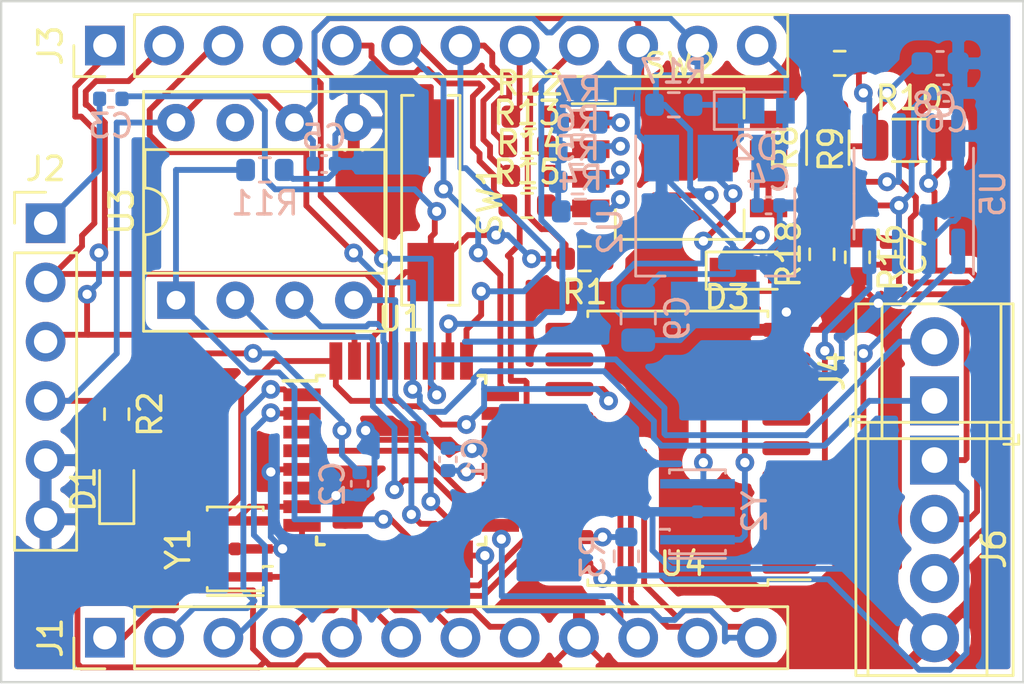
<source format=kicad_pcb>
(kicad_pcb (version 20171130) (host pcbnew "(5.1.7)-1")
  (layers (0 F.Cu signal) (31 B.Cu signal) (34 B.Paste user hide) (35 F.Paste user) (36 B.SilkS user hide) (37 F.SilkS user) (38 B.Mask user hide) (39 F.Mask user) (44 Edge.Cuts user))
  (net 0 "")
  (net 1 GND)
  (net 2 "Net-(C1-Pad1)")
  (net 3 VCC)
  (net 4 RESET)
  (net 5 DTR)
  (net 6 12VIN)
  (net 7 "Net-(C8-Pad1)")
  (net 8 "Net-(C9-Pad1)")
  (net 9 "Net-(D1-Pad2)")
  (net 10 "Net-(D3-Pad2)")
  (net 11 D9)
  (net 12 D8)
  (net 13 D7)
  (net 14 D6)
  (net 15 D5)
  (net 16 D4)
  (net 17 D3)
  (net 18 D2)
  (net 19 SCL)
  (net 20 SDA)
  (net 21 RXI)
  (net 22 TXO)
  (net 23 A3)
  (net 24 A2)
  (net 25 A1)
  (net 26 A0)
  (net 27 SCK)
  (net 28 MISO)
  (net 29 MOSI)
  (net 30 "Net-(J6-Pad3)")
  (net 31 "Net-(J6-Pad2)")
  (net 32 "Net-(R3-Pad1)")
  (net 33 "Net-(R15-Pad2)")
  (net 34 "Net-(R14-Pad2)")
  (net 35 "Net-(R13-Pad2)")
  (net 36 "Net-(R12-Pad2)")
  (net 37 "Net-(R9-Pad1)")
  (net 38 SS)
  (net 39 "Net-(U1-Pad8)")
  (net 40 "Net-(U1-Pad7)")
  (net 41 "Net-(U4-Pad8)")
  (net 42 "Net-(U4-Pad7)")
  (net 43 "Net-(U4-Pad2)")
  (net 44 "Net-(U4-Pad1)")
  (module Package_SO:SOIC-18W_7.5x11.6mm_P1.27mm (layer F.Cu) (at 235.38 85.852 180)
    (fp_text reference U4 (at -0.205 -4.953) (layer F.SilkS))
    (fp_text value MCP2515-xSO)
    (pad 18 smd roundrect (at 4.65 -5.08 180) (size 2.05 0.6) (layers F.Cu F.Paste F.Mask) (net 3 VCC))
    (pad 17 smd roundrect (at 4.65 -3.81 180) (size 2.05 0.6) (layers F.Cu F.Paste F.Mask) (net 32 "Net-(R3-Pad1)"))
    (pad 16 smd roundrect (at 4.65 -2.54 180) (size 2.05 0.6) (layers F.Cu F.Paste F.Mask) (net 38 SS))
    (pad 15 smd roundrect (at 4.65 -1.27 180) (size 2.05 0.6) (layers F.Cu F.Paste F.Mask) (net 28 MISO))
    (pad 14 smd roundrect (at 4.65 0 180) (size 2.05 0.6) (layers F.Cu F.Paste F.Mask) (net 29 MOSI))
    (pad 13 smd roundrect (at 4.65 1.27 180) (size 2.05 0.6) (layers F.Cu F.Paste F.Mask) (net 27 SCK))
    (pad 12 smd roundrect (at 4.65 2.54 180) (size 2.05 0.6) (layers F.Cu F.Paste F.Mask) (net 18 D2))
    (pad 11 smd roundrect (at 4.65 3.81 180) (size 2.05 0.6) (layers F.Cu F.Paste F.Mask))
    (pad 10 smd roundrect (at 4.65 5.08 180) (size 2.05 0.6) (layers F.Cu F.Paste F.Mask))
    (pad 9 smd roundrect (at -4.65 5.08 180) (size 2.05 0.6) (layers F.Cu F.Paste F.Mask) (net 1 GND))
    (pad 8 smd roundrect (at -4.65 3.81 180) (size 2.05 0.6) (layers F.Cu F.Paste F.Mask) (net 41 "Net-(U4-Pad8)"))
    (pad 7 smd roundrect (at -4.65 2.54 180) (size 2.05 0.6) (layers F.Cu F.Paste F.Mask) (net 42 "Net-(U4-Pad7)"))
    (pad 6 smd roundrect (at -4.65 1.27 180) (size 2.05 0.6) (layers F.Cu F.Paste F.Mask))
    (pad 5 smd roundrect (at -4.65 0 180) (size 2.05 0.6) (layers F.Cu F.Paste F.Mask))
    (pad 4 smd roundrect (at -4.65 -1.27 180) (size 2.05 0.6) (layers F.Cu F.Paste F.Mask))
    (pad 3 smd roundrect (at -4.65 -2.54 180) (size 2.05 0.6) (layers F.Cu F.Paste F.Mask))
    (pad 2 smd roundrect (at -4.65 -3.81 180) (size 2.05 0.6) (layers F.Cu F.Paste F.Mask) (net 43 "Net-(U4-Pad2)"))
    (pad 1 smd roundrect (at -4.65 -5.08 180) (size 2.05 0.6) (layers F.Cu F.Paste F.Mask) (net 44 "Net-(U4-Pad1)"))
  )
  (module Package_SO:SOIC-8_3.9x4.9mm_P1.27mm (layer B.Cu) (at 245.491 74.93 90)
    (fp_text reference U5 (at 0 3.4 90) (layer B.SilkS) (effects (justify mirror)))
    (fp_text value MCP2561-E-SN)
    (pad 8 smd roundrect (at 2.475 1.905 90) (size 1.95 0.6) (layers B.Cu B.Paste B.Mask) (net 1 GND))
    (pad 7 smd roundrect (at 2.475 0.635 90) (size 1.95 0.6) (layers B.Cu B.Paste B.Mask) (net 30 "Net-(J6-Pad3)"))
    (pad 6 smd roundrect (at 2.475 -0.635 90) (size 1.95 0.6) (layers B.Cu B.Paste B.Mask) (net 31 "Net-(J6-Pad2)"))
    (pad 5 smd roundrect (at 2.475 -1.905 90) (size 1.95 0.6) (layers B.Cu B.Paste B.Mask) (net 37 "Net-(R9-Pad1)"))
    (pad 4 smd roundrect (at -2.475 -1.905 90) (size 1.95 0.6) (layers B.Cu B.Paste B.Mask) (net 43 "Net-(U4-Pad2)"))
    (pad 3 smd roundrect (at -2.475 -0.635 90) (size 1.95 0.6) (layers B.Cu B.Paste B.Mask) (net 3 VCC))
    (pad 2 smd roundrect (at -2.475 0.635 90) (size 1.95 0.6) (layers B.Cu B.Paste B.Mask) (net 1 GND))
    (pad 1 smd roundrect (at -2.475 1.905 90) (size 1.95 0.6) (layers B.Cu B.Paste B.Mask) (net 44 "Net-(U4-Pad1)"))
  )
  (module Resistor_SMD:R_0603_1608Metric (layer F.Cu) (at 242.316 69.342 180)
    (fp_text reference R9 (at 0.381 -3.683 90) (layer F.SilkS))
    (fp_text value 300)
    (pad 2 smd roundrect (at 0.825 0 180) (size 0.8 0.95) (layers F.Cu F.Paste F.Mask) (net 7 "Net-(C8-Pad1)"))
    (pad 1 smd roundrect (at -0.825 0 180) (size 0.8 0.95) (layers F.Cu F.Paste F.Mask) (net 37 "Net-(R9-Pad1)"))
  )
  (module Connector_PinHeader_2.54mm:PinHeader_1x06_P2.54mm_Vertical (layer F.Cu) (at 208.28 76.2)
    (fp_text reference J2 (at 0 -2.33) (layer F.SilkS))
    (fp_text value FTDI)
    (pad 6 thru_hole oval (at 0 12.7) (size 1.7 1.7) (drill 1) (layers *.Cu *.Mask) (net 1 GND))
    (pad 5 thru_hole oval (at 0 10.16) (size 1.7 1.7) (drill 1) (layers *.Cu *.Mask) (net 1 GND))
    (pad 4 thru_hole oval (at 0 7.62) (size 1.7 1.7) (drill 1) (layers *.Cu *.Mask) (net 3 VCC))
    (pad 3 thru_hole oval (at 0 5.08) (size 1.7 1.7) (drill 1) (layers *.Cu *.Mask) (net 22 TXO))
    (pad 2 thru_hole oval (at 0 2.54) (size 1.7 1.7) (drill 1) (layers *.Cu *.Mask) (net 21 RXI))
    (pad 1 thru_hole rect (at 0 0) (size 1.7 1.7) (drill 1) (layers *.Cu *.Mask) (net 5 DTR))
  )
  (module Button_Switch_SMD:SW_SPST_REED_CT05-XXXX-J1 (layer F.Cu) (at 224.79 75.216 90)
    (fp_text reference SW1 (at 0 2.54 90) (layer F.SilkS))
    (fp_text value SW_DPST_x2)
    (pad 1 smd rect (at -3.08 0 90) (size 2.5 2) (layers F.Cu F.Paste F.Mask) (net 4 RESET))
    (pad 2 smd rect (at 3.08 0 90) (size 2.5 2) (layers F.Cu F.Paste F.Mask) (net 1 GND))
  )
  (module Crystal:Resonator_SMD_muRata_CSTxExxV-3Pin_3.0x1.1mm_HandSoldering (layer B.Cu) (at 236.22 88.576 90)
    (fp_text reference Y2 (at 0 2.45 270) (layer B.SilkS) (effects (justify mirror)))
    (fp_text value 8/16/20Mhz)
    (pad 1 smd rect (at -1.2 0 90) (size 0.4 3.2) (layers B.Cu B.Paste B.Mask) (net 42 "Net-(U4-Pad7)"))
    (pad 2 smd rect (at 0 0 90) (size 0.4 3.2) (layers B.Cu B.Paste B.Mask) (net 1 GND))
    (pad 3 smd rect (at 1.2 0 90) (size 0.4 3.2) (layers B.Cu B.Paste B.Mask) (net 41 "Net-(U4-Pad8)"))
  )
  (module Crystal:Resonator_SMD_muRata_CSTxExxV-3Pin_3.0x1.1mm_HandSoldering (layer F.Cu) (at 216.408 90.17 90)
    (fp_text reference Y1 (at 0 -2.45 90) (layer F.SilkS))
    (fp_text value 8/16/20Mhz)
    (pad 3 smd rect (at 1.2 0 90) (size 0.4 3.2) (layers F.Cu F.Paste F.Mask) (net 40 "Net-(U1-Pad7)"))
    (pad 2 smd rect (at 0 0 90) (size 0.4 3.2) (layers F.Cu F.Paste F.Mask) (net 1 GND))
    (pad 1 smd rect (at -1.2 0 90) (size 0.4 3.2) (layers F.Cu F.Paste F.Mask) (net 39 "Net-(U1-Pad8)"))
  )
  (module Package_DIP:DIP-8_W7.62mm_Socket (layer F.Cu) (at 213.868 79.502 90)
    (fp_text reference U3 (at 3.81 -2.33 90) (layer F.SilkS))
    (fp_text value 93CxxC)
    (pad 8 thru_hole oval (at 7.62 0 90) (size 1.6 1.6) (drill 0.8) (layers *.Cu *.Mask) (net 3 VCC))
    (pad 4 thru_hole oval (at 0 7.62 90) (size 1.6 1.6) (drill 0.8) (layers *.Cu *.Mask) (net 28 MISO))
    (pad 7 thru_hole oval (at 7.62 2.54 90) (size 1.6 1.6) (drill 0.8) (layers *.Cu *.Mask))
    (pad 3 thru_hole oval (at 0 5.08 90) (size 1.6 1.6) (drill 0.8) (layers *.Cu *.Mask) (net 29 MOSI))
    (pad 6 thru_hole oval (at 7.62 5.08 90) (size 1.6 1.6) (drill 0.8) (layers *.Cu *.Mask) (net 3 VCC))
    (pad 2 thru_hole oval (at 0 2.54 90) (size 1.6 1.6) (drill 0.8) (layers *.Cu *.Mask) (net 27 SCK))
    (pad 5 thru_hole oval (at 7.62 7.62 90) (size 1.6 1.6) (drill 0.8) (layers *.Cu *.Mask) (net 1 GND))
    (pad 1 thru_hole rect (at 0 0 90) (size 1.6 1.6) (drill 0.8) (layers *.Cu *.Mask) (net 11 D9))
  )
  (module Package_TO_SOT_SMD:SOT-223-3_TabPin2 (layer B.Cu) (at 236.982 76.556 270)
    (fp_text reference U2 (at 0 4.5 90) (layer B.SilkS) (effects (justify mirror)))
    (fp_text value LD1117S50TR_SOT223)
    (pad 1 smd rect (at -3.15 2.3 270) (size 2 1.5) (layers B.Cu B.Paste B.Mask) (net 1 GND))
    (pad 3 smd rect (at -3.15 -2.3 270) (size 2 1.5) (layers B.Cu B.Paste B.Mask) (net 6 12VIN))
    (pad 2 smd rect (at -3.15 0 270) (size 2 1.5) (layers B.Cu B.Paste B.Mask) (net 8 "Net-(C9-Pad1)"))
    (pad 2 smd rect (at 3.15 0 270) (size 2 3.8) (layers B.Cu B.Paste B.Mask) (net 8 "Net-(C9-Pad1)"))
  )
  (module Package_QFP:TQFP-32_7x7mm_P0.8mm (layer F.Cu) (at 223.52 86.36)
    (fp_text reference U1 (at 0 -6.05) (layer F.SilkS))
    (fp_text value ATmega328PB-AU)
    (pad 32 smd rect (at -2.8 -4.25 90) (size 1.6 0.55) (layers F.Cu F.Paste F.Mask) (net 18 D2))
    (pad 31 smd rect (at -2 -4.25 90) (size 1.6 0.55) (layers F.Cu F.Paste F.Mask) (net 22 TXO))
    (pad 30 smd rect (at -1.2 -4.25 90) (size 1.6 0.55) (layers F.Cu F.Paste F.Mask) (net 21 RXI))
    (pad 29 smd rect (at -0.4 -4.25 90) (size 1.6 0.55) (layers F.Cu F.Paste F.Mask) (net 4 RESET))
    (pad 28 smd rect (at 0.4 -4.25 90) (size 1.6 0.55) (layers F.Cu F.Paste F.Mask) (net 19 SCL))
    (pad 27 smd rect (at 1.2 -4.25 90) (size 1.6 0.55) (layers F.Cu F.Paste F.Mask) (net 20 SDA))
    (pad 26 smd rect (at 2 -4.25 90) (size 1.6 0.55) (layers F.Cu F.Paste F.Mask) (net 23 A3))
    (pad 25 smd rect (at 2.8 -4.25 90) (size 1.6 0.55) (layers F.Cu F.Paste F.Mask) (net 24 A2))
    (pad 24 smd rect (at 4.25 -2.8) (size 1.6 0.55) (layers F.Cu F.Paste F.Mask) (net 25 A1))
    (pad 23 smd rect (at 4.25 -2) (size 1.6 0.55) (layers F.Cu F.Paste F.Mask) (net 26 A0))
    (pad 22 smd rect (at 4.25 -1.2) (size 1.6 0.55) (layers F.Cu F.Paste F.Mask))
    (pad 21 smd rect (at 4.25 -0.4) (size 1.6 0.55) (layers F.Cu F.Paste F.Mask) (net 1 GND))
    (pad 20 smd rect (at 4.25 0.4) (size 1.6 0.55) (layers F.Cu F.Paste F.Mask) (net 2 "Net-(C1-Pad1)"))
    (pad 19 smd rect (at 4.25 1.2) (size 1.6 0.55) (layers F.Cu F.Paste F.Mask))
    (pad 18 smd rect (at 4.25 2) (size 1.6 0.55) (layers F.Cu F.Paste F.Mask) (net 3 VCC))
    (pad 17 smd rect (at 4.25 2.8) (size 1.6 0.55) (layers F.Cu F.Paste F.Mask) (net 27 SCK))
    (pad 16 smd rect (at 2.8 4.25 90) (size 1.6 0.55) (layers F.Cu F.Paste F.Mask) (net 28 MISO))
    (pad 15 smd rect (at 2 4.25 90) (size 1.6 0.55) (layers F.Cu F.Paste F.Mask) (net 29 MOSI))
    (pad 14 smd rect (at 1.2 4.25 90) (size 1.6 0.55) (layers F.Cu F.Paste F.Mask) (net 38 SS))
    (pad 13 smd rect (at 0.4 4.25 90) (size 1.6 0.55) (layers F.Cu F.Paste F.Mask) (net 11 D9))
    (pad 12 smd rect (at -0.4 4.25 90) (size 1.6 0.55) (layers F.Cu F.Paste F.Mask) (net 12 D8))
    (pad 11 smd rect (at -1.2 4.25 90) (size 1.6 0.55) (layers F.Cu F.Paste F.Mask) (net 13 D7))
    (pad 10 smd rect (at -2 4.25 90) (size 1.6 0.55) (layers F.Cu F.Paste F.Mask) (net 14 D6))
    (pad 9 smd rect (at -2.8 4.25 90) (size 1.6 0.55) (layers F.Cu F.Paste F.Mask) (net 15 D5))
    (pad 8 smd rect (at -4.25 2.8) (size 1.6 0.55) (layers F.Cu F.Paste F.Mask) (net 39 "Net-(U1-Pad8)"))
    (pad 7 smd rect (at -4.25 2) (size 1.6 0.55) (layers F.Cu F.Paste F.Mask) (net 40 "Net-(U1-Pad7)"))
    (pad 6 smd rect (at -4.25 1.2) (size 1.6 0.55) (layers F.Cu F.Paste F.Mask))
    (pad 5 smd rect (at -4.25 0.4) (size 1.6 0.55) (layers F.Cu F.Paste F.Mask) (net 1 GND))
    (pad 4 smd rect (at -4.25 -0.4) (size 1.6 0.55) (layers F.Cu F.Paste F.Mask) (net 3 VCC))
    (pad 3 smd rect (at -4.25 -1.2) (size 1.6 0.55) (layers F.Cu F.Paste F.Mask))
    (pad 2 smd rect (at -4.25 -2) (size 1.6 0.55) (layers F.Cu F.Paste F.Mask) (net 16 D4))
    (pad 1 smd rect (at -4.25 -2.8) (size 1.6 0.55) (layers F.Cu F.Paste F.Mask) (net 17 D3))
  )
  (module Button_Switch_SMD:SW_DIP_SPSTx04_Slide_Copal_CHS-04B_W7.62mm_P1.27mm (layer F.Cu) (at 235.458 73.66)
    (fp_text reference SW2 (at 0 -4.235) (layer F.SilkS))
    (fp_text value SW_DIP_x04)
    (pad 8 smd rect (at 3.81 -1.905) (size 1.6 0.76) (layers F.Cu F.Paste F.Mask) (net 10 "Net-(D3-Pad2)"))
    (pad 4 smd rect (at -3.81 1.905) (size 1.6 0.76) (layers F.Cu F.Paste F.Mask) (net 33 "Net-(R15-Pad2)"))
    (pad 7 smd rect (at 3.81 -0.635) (size 1.6 0.76) (layers F.Cu F.Paste F.Mask) (net 10 "Net-(D3-Pad2)"))
    (pad 3 smd rect (at -3.81 0.635) (size 1.6 0.76) (layers F.Cu F.Paste F.Mask) (net 34 "Net-(R14-Pad2)"))
    (pad 6 smd rect (at 3.81 0.635) (size 1.6 0.76) (layers F.Cu F.Paste F.Mask) (net 10 "Net-(D3-Pad2)"))
    (pad 2 smd rect (at -3.81 -0.635) (size 1.6 0.76) (layers F.Cu F.Paste F.Mask) (net 35 "Net-(R13-Pad2)"))
    (pad 5 smd rect (at 3.81 1.905) (size 1.6 0.76) (layers F.Cu F.Paste F.Mask) (net 10 "Net-(D3-Pad2)"))
    (pad 1 smd rect (at -3.81 -1.905) (size 1.6 0.76) (layers F.Cu F.Paste F.Mask) (net 36 "Net-(R12-Pad2)"))
  )
  (module Resistor_SMD:R_0603_1608Metric (layer F.Cu) (at 241.554 77.533 90)
    (fp_text reference R18 (at 0 -1.43 90) (layer F.SilkS))
    (fp_text value 0R)
    (pad 2 smd roundrect (at 0.825 0 90) (size 0.8 0.95) (layers F.Cu F.Paste F.Mask) (net 3 VCC))
    (pad 1 smd roundrect (at -0.825 0 90) (size 0.8 0.95) (layers F.Cu F.Paste F.Mask) (net 3 VCC))
  )
  (module Resistor_SMD:R_0603_1608Metric (layer B.Cu) (at 235.204 71.12 180)
    (fp_text reference R17 (at 0 1.43) (layer B.SilkS) (effects (justify mirror)))
    (fp_text value 0R)
    (pad 2 smd roundrect (at 0.825 0 180) (size 0.8 0.95) (layers B.Cu B.Paste B.Mask) (net 3 VCC))
    (pad 1 smd roundrect (at -0.825 0 180) (size 0.8 0.95) (layers B.Cu B.Paste B.Mask) (net 8 "Net-(C9-Pad1)"))
  )
  (module Resistor_SMD:R_0603_1608Metric (layer F.Cu) (at 243.078 77.661 270)
    (fp_text reference R16 (at 0 -1.43 90) (layer F.SilkS))
    (fp_text value 10kR)
    (pad 2 smd roundrect (at 0.825 0 270) (size 0.8 0.95) (layers F.Cu F.Paste F.Mask) (net 1 GND))
    (pad 1 smd roundrect (at -0.825 0 270) (size 0.8 0.95) (layers F.Cu F.Paste F.Mask) (net 3 VCC))
  )
  (module Resistor_SMD:R_0603_1608Metric (layer F.Cu) (at 228.917 75.438)
    (fp_text reference R15 (at 0 -1.43) (layer F.SilkS))
    (fp_text value 0R)
    (pad 2 smd roundrect (at 0.825 0) (size 0.8 0.95) (layers F.Cu F.Paste F.Mask) (net 33 "Net-(R15-Pad2)"))
    (pad 1 smd roundrect (at -0.825 0) (size 0.8 0.95) (layers F.Cu F.Paste F.Mask) (net 26 A0))
  )
  (module Resistor_SMD:R_0603_1608Metric (layer F.Cu) (at 229.045 74.168)
    (fp_text reference R14 (at 0 -1.43) (layer F.SilkS))
    (fp_text value 0R)
    (pad 2 smd roundrect (at 0.825 0) (size 0.8 0.95) (layers F.Cu F.Paste F.Mask) (net 34 "Net-(R14-Pad2)"))
    (pad 1 smd roundrect (at -0.825 0) (size 0.8 0.95) (layers F.Cu F.Paste F.Mask) (net 25 A1))
  )
  (module Resistor_SMD:R_0603_1608Metric (layer F.Cu) (at 228.917 72.898)
    (fp_text reference R13 (at 0 -1.43) (layer F.SilkS))
    (fp_text value 0R)
    (pad 2 smd roundrect (at 0.825 0) (size 0.8 0.95) (layers F.Cu F.Paste F.Mask) (net 35 "Net-(R13-Pad2)"))
    (pad 1 smd roundrect (at -0.825 0) (size 0.8 0.95) (layers F.Cu F.Paste F.Mask) (net 24 A2))
  )
  (module Resistor_SMD:R_0603_1608Metric (layer F.Cu) (at 229.045 71.628)
    (fp_text reference R12 (at 0 -1.43) (layer F.SilkS))
    (fp_text value 0R)
    (pad 2 smd roundrect (at 0.825 0) (size 0.8 0.95) (layers F.Cu F.Paste F.Mask) (net 36 "Net-(R12-Pad2)"))
    (pad 1 smd roundrect (at -0.825 0) (size 0.8 0.95) (layers F.Cu F.Paste F.Mask) (net 23 A3))
  )
  (module Resistor_SMD:R_0603_1608Metric (layer B.Cu) (at 217.678 73.914)
    (fp_text reference R11 (at 0 1.43) (layer B.SilkS) (effects (justify mirror)))
    (fp_text value 10K)
    (pad 2 smd roundrect (at 0.825 0) (size 0.8 0.95) (layers B.Cu B.Paste B.Mask) (net 1 GND))
    (pad 1 smd roundrect (at -0.825 0) (size 0.8 0.95) (layers B.Cu B.Paste B.Mask) (net 11 D9))
  )
  (module Resistor_SMD:R_1206_3216Metric (layer F.Cu) (at 245.3025 72.644)
    (fp_text reference R10 (at 0 -1.82) (layer F.SilkS))
    (fp_text value 56)
    (pad 1 smd roundrect (at -1.4625 0) (size 1.125 1.75) (layers F.Cu F.Paste F.Mask) (roundrect_rratio 0.2222195555555556) (net 7 "Net-(C8-Pad1)"))
    (pad 2 smd roundrect (at 1.4625 0) (size 1.125 1.75) (layers F.Cu F.Paste F.Mask) (roundrect_rratio 0.2222195555555556) (net 30 "Net-(J6-Pad3)"))
  )
  (module Resistor_SMD:R_1206_3216Metric (layer F.Cu) (at 241.808 72.9595 90)
    (fp_text reference R8 (at 0 -1.82 90) (layer F.SilkS))
    (fp_text value 56)
    (pad 2 smd roundrect (at 1.4625 0 90) (size 1.125 1.75) (layers F.Cu F.Paste F.Mask) (roundrect_rratio 0.2222195555555556) (net 7 "Net-(C8-Pad1)"))
    (pad 1 smd roundrect (at -1.4625 0 90) (size 1.125 1.75) (layers F.Cu F.Paste F.Mask) (roundrect_rratio 0.2222195555555556) (net 31 "Net-(J6-Pad2)"))
  )
  (module Resistor_SMD:R_0603_1608Metric (layer B.Cu) (at 231.14 71.882 180)
    (fp_text reference R7 (at 0 1.43) (layer B.SilkS) (effects (justify mirror)))
    (fp_text value 10K)
    (pad 2 smd roundrect (at 0.825 0 180) (size 0.8 0.95) (layers B.Cu B.Paste B.Mask) (net 1 GND))
    (pad 1 smd roundrect (at -0.825 0 180) (size 0.8 0.95) (layers B.Cu B.Paste B.Mask) (net 36 "Net-(R12-Pad2)"))
  )
  (module Resistor_SMD:R_0603_1608Metric (layer B.Cu) (at 231.077 73.152 180)
    (fp_text reference R6 (at 0 1.43) (layer B.SilkS) (effects (justify mirror)))
    (fp_text value 10K)
    (pad 2 smd roundrect (at 0.825 0 180) (size 0.8 0.95) (layers B.Cu B.Paste B.Mask) (net 1 GND))
    (pad 1 smd roundrect (at -0.825 0 180) (size 0.8 0.95) (layers B.Cu B.Paste B.Mask) (net 35 "Net-(R13-Pad2)"))
  )
  (module Resistor_SMD:R_0603_1608Metric (layer B.Cu) (at 231.077 74.422 180)
    (fp_text reference R5 (at 0 1.43) (layer B.SilkS) (effects (justify mirror)))
    (fp_text value 10K)
    (pad 2 smd roundrect (at 0.825 0 180) (size 0.8 0.95) (layers B.Cu B.Paste B.Mask) (net 1 GND))
    (pad 1 smd roundrect (at -0.825 0 180) (size 0.8 0.95) (layers B.Cu B.Paste B.Mask) (net 34 "Net-(R14-Pad2)"))
  )
  (module Resistor_SMD:R_0603_1608Metric (layer B.Cu) (at 231.203 75.692 180)
    (fp_text reference R4 (at 0 1.43) (layer B.SilkS) (effects (justify mirror)))
    (fp_text value 10K)
    (pad 2 smd roundrect (at 0.825 0 180) (size 0.8 0.95) (layers B.Cu B.Paste B.Mask) (net 1 GND))
    (pad 1 smd roundrect (at -0.825 0 180) (size 0.8 0.95) (layers B.Cu B.Paste B.Mask) (net 33 "Net-(R15-Pad2)"))
  )
  (module Resistor_SMD:R_0603_1608Metric (layer B.Cu) (at 233.172 90.487 270)
    (fp_text reference R3 (at 0 1.43 270) (layer B.SilkS) (effects (justify mirror)))
    (fp_text value 10K)
    (pad 2 smd roundrect (at 0.825 0 270) (size 0.8 0.95) (layers B.Cu B.Paste B.Mask) (net 3 VCC))
    (pad 1 smd roundrect (at -0.825 0 270) (size 0.8 0.95) (layers B.Cu B.Paste B.Mask) (net 32 "Net-(R3-Pad1)"))
  )
  (module Resistor_SMD:R_0603_1608Metric (layer F.Cu) (at 211.328 84.391 270)
    (fp_text reference R2 (at 0 -1.43 90) (layer F.SilkS))
    (fp_text value 10kR)
    (pad 2 smd roundrect (at 0.825 0 270) (size 0.8 0.95) (layers F.Cu F.Paste F.Mask) (net 9 "Net-(D1-Pad2)"))
    (pad 1 smd roundrect (at -0.825 0 270) (size 0.8 0.95) (layers F.Cu F.Paste F.Mask) (net 3 VCC))
  )
  (module Resistor_SMD:R_0603_1608Metric (layer F.Cu) (at 231.394 77.724 180)
    (fp_text reference R1 (at 0 -1.43) (layer F.SilkS))
    (fp_text value 10K)
    (pad 2 smd roundrect (at 0.825 0 180) (size 0.8 0.95) (layers F.Cu F.Paste F.Mask) (net 4 RESET))
    (pad 1 smd roundrect (at -0.825 0 180) (size 0.8 0.95) (layers F.Cu F.Paste F.Mask) (net 3 VCC))
  )
  (module TerminalBlock_TE-Connectivity:TerminalBlock_TE_282834-4_1x04_P2.54mm_Horizontal (layer F.Cu) (at 246.38 86.36 270)
    (fp_text reference J6 (at 3.81 -2.54 90) (layer F.SilkS))
    (fp_text value CAN)
    (pad 4 thru_hole circle (at 7.62 0 270) (size 2.1 2.1) (drill 1.1) (layers *.Cu *.Mask) (net 1 GND))
    (pad 3 thru_hole circle (at 5.08 0 270) (size 2.1 2.1) (drill 1.1) (layers *.Cu *.Mask) (net 30 "Net-(J6-Pad3)"))
    (pad 2 thru_hole circle (at 2.54 0 270) (size 2.1 2.1) (drill 1.1) (layers *.Cu *.Mask) (net 31 "Net-(J6-Pad2)"))
    (pad 1 thru_hole rect (at 0 0 270) (size 2.1 2.1) (drill 1.1) (layers *.Cu *.Mask) (net 3 VCC))
  )
  (module TerminalBlock_TE-Connectivity:TerminalBlock_TE_282834-2_1x02_P2.54mm_Horizontal (layer F.Cu) (at 246.38 83.82 90)
    (fp_text reference J4 (at 1.27 -4.37 90) (layer F.SilkS))
    (fp_text value I2C)
    (pad 2 thru_hole circle (at 2.54 0 90) (size 2.1 2.1) (drill 1.1) (layers *.Cu *.Mask) (net 20 SDA))
    (pad 1 thru_hole rect (at 0 0 90) (size 2.1 2.1) (drill 1.1) (layers *.Cu *.Mask) (net 19 SCL))
  )
  (module Connector_PinHeader_2.54mm:PinHeader_1x12_P2.54mm_Vertical (layer F.Cu) (at 210.82 68.58 90)
    (fp_text reference J3 (at 0 -2.33 90) (layer F.SilkS))
    (fp_text value right_pin)
    (pad 12 thru_hole oval (at 0 27.94 90) (size 1.7 1.7) (drill 1) (layers *.Cu *.Mask) (net 6 12VIN))
    (pad 11 thru_hole oval (at 0 25.4 90) (size 1.7 1.7) (drill 1) (layers *.Cu *.Mask) (net 3 VCC))
    (pad 10 thru_hole oval (at 0 22.86 90) (size 1.7 1.7) (drill 1) (layers *.Cu *.Mask) (net 1 GND))
    (pad 9 thru_hole oval (at 0 20.32 90) (size 1.7 1.7) (drill 1) (layers *.Cu *.Mask) (net 4 RESET))
    (pad 8 thru_hole oval (at 0 17.78 90) (size 1.7 1.7) (drill 1) (layers *.Cu *.Mask) (net 23 A3))
    (pad 7 thru_hole oval (at 0 15.24 90) (size 1.7 1.7) (drill 1) (layers *.Cu *.Mask) (net 24 A2))
    (pad 6 thru_hole oval (at 0 12.7 90) (size 1.7 1.7) (drill 1) (layers *.Cu *.Mask) (net 25 A1))
    (pad 5 thru_hole oval (at 0 10.16 90) (size 1.7 1.7) (drill 1) (layers *.Cu *.Mask) (net 26 A0))
    (pad 4 thru_hole oval (at 0 7.62 90) (size 1.7 1.7) (drill 1) (layers *.Cu *.Mask) (net 20 SDA))
    (pad 3 thru_hole oval (at 0 5.08 90) (size 1.7 1.7) (drill 1) (layers *.Cu *.Mask) (net 19 SCL))
    (pad 2 thru_hole oval (at 0 2.54 90) (size 1.7 1.7) (drill 1) (layers *.Cu *.Mask) (net 22 TXO))
    (pad 1 thru_hole rect (at 0 0 90) (size 1.7 1.7) (drill 1) (layers *.Cu *.Mask) (net 21 RXI))
  )
  (module Connector_PinHeader_2.54mm:PinHeader_1x12_P2.54mm_Vertical (layer F.Cu) (at 210.82 93.98 90)
    (fp_text reference J1 (at 0 -2.33 90) (layer F.SilkS))
    (fp_text value left_pin)
    (pad 12 thru_hole oval (at 0 27.94 90) (size 1.7 1.7) (drill 1) (layers *.Cu *.Mask) (net 27 SCK))
    (pad 11 thru_hole oval (at 0 25.4 90) (size 1.7 1.7) (drill 1) (layers *.Cu *.Mask) (net 29 MOSI))
    (pad 10 thru_hole oval (at 0 22.86 90) (size 1.7 1.7) (drill 1) (layers *.Cu *.Mask) (net 28 MISO))
    (pad 9 thru_hole oval (at 0 20.32 90) (size 1.7 1.7) (drill 1) (layers *.Cu *.Mask) (net 1 GND))
    (pad 8 thru_hole oval (at 0 17.78 90) (size 1.7 1.7) (drill 1) (layers *.Cu *.Mask) (net 11 D9))
    (pad 7 thru_hole oval (at 0 15.24 90) (size 1.7 1.7) (drill 1) (layers *.Cu *.Mask) (net 12 D8))
    (pad 6 thru_hole oval (at 0 12.7 90) (size 1.7 1.7) (drill 1) (layers *.Cu *.Mask) (net 13 D7))
    (pad 5 thru_hole oval (at 0 10.16 90) (size 1.7 1.7) (drill 1) (layers *.Cu *.Mask) (net 14 D6))
    (pad 4 thru_hole oval (at 0 7.62 90) (size 1.7 1.7) (drill 1) (layers *.Cu *.Mask) (net 15 D5))
    (pad 3 thru_hole oval (at 0 5.08 90) (size 1.7 1.7) (drill 1) (layers *.Cu *.Mask) (net 16 D4))
    (pad 2 thru_hole oval (at 0 2.54 90) (size 1.7 1.7) (drill 1) (layers *.Cu *.Mask) (net 17 D3))
    (pad 1 thru_hole rect (at 0 0 90) (size 1.7 1.7) (drill 1) (layers *.Cu *.Mask) (net 18 D2))
  )
  (module Diode_SMD:D_TUMD2 (layer F.Cu) (at 238.394 78.232)
    (fp_text reference D3 (at -0.904 1.143) (layer F.SilkS))
    (fp_text value DIODE)
    (pad 1 smd rect (at -0.65 0 180) (size 2 1.1) (layers F.Cu F.Paste F.Mask) (net 3 VCC))
    (pad 2 smd rect (at 1.25 0 180) (size 0.8 1.1) (layers F.Cu F.Paste F.Mask) (net 10 "Net-(D3-Pad2)"))
  )
  (module Diode_SMD:D_TUMD2 (layer B.Cu) (at 238.74 71.374)
    (fp_text reference D2 (at 0 1.6 180) (layer B.SilkS) (effects (justify mirror)))
    (fp_text value "shot DIODE")
    (pad 1 smd rect (at -0.65 0 180) (size 2 1.1) (layers B.Cu B.Paste B.Mask) (net 8 "Net-(C9-Pad1)"))
    (pad 2 smd rect (at 1.25 0 180) (size 0.8 1.1) (layers B.Cu B.Paste B.Mask) (net 6 12VIN))
  )
  (module LED_SMD:LED_0603_1608Metric (layer F.Cu) (at 211.328 87.6045 90)
    (fp_text reference D1 (at 0 -1.43 90) (layer F.SilkS))
    (fp_text value LED)
    (pad 2 smd roundrect (at 0.7875 0 90) (size 0.875 0.95) (layers F.Cu F.Paste F.Mask) (net 9 "Net-(D1-Pad2)"))
    (pad 1 smd roundrect (at -0.7875 0 90) (size 0.875 0.95) (layers F.Cu F.Paste F.Mask) (net 1 GND))
  )
  (module Capacitor_SMD:C_0805_2012Metric (layer B.Cu) (at 233.68 80.264 90)
    (fp_text reference C9 (at 0 1.68 90) (layer B.SilkS) (effects (justify mirror)))
    (fp_text value 10uF)
    (pad 2 smd roundrect (at 0.95 0 90) (size 1 1.45) (layers B.Cu B.Paste B.Mask) (net 1 GND))
    (pad 1 smd roundrect (at -0.95 0 90) (size 1 1.45) (layers B.Cu B.Paste B.Mask) (net 8 "Net-(C9-Pad1)"))
  )
  (module Capacitor_SMD:C_0603_1608Metric (layer B.Cu) (at 246.621 69.342)
    (fp_text reference C8 (at -0.241 1.778) (layer B.SilkS) (effects (justify mirror)))
    (fp_text value 4700pF)
    (pad 2 smd roundrect (at 0.775 0) (size 0.9 0.95) (layers B.Cu B.Paste B.Mask) (net 1 GND))
    (pad 1 smd roundrect (at -0.775 0) (size 0.9 0.95) (layers B.Cu B.Paste B.Mask) (net 7 "Net-(C8-Pad1)"))
  )
  (module Capacitor_SMD:C_0402_1005Metric (layer F.Cu) (at 244.348 77.498 270)
    (fp_text reference C7 (at 0 -1.16 90) (layer F.SilkS))
    (fp_text value 0.1uF)
    (pad 2 smd roundrect (at 0.48 0 270) (size 0.56 0.62) (layers F.Cu F.Paste F.Mask) (net 1 GND))
    (pad 1 smd roundrect (at -0.48 0 270) (size 0.56 0.62) (layers F.Cu F.Paste F.Mask) (net 3 VCC))
  )
  (module Capacitor_SMD:C_0402_1005Metric (layer B.Cu) (at 246.888 70.612)
    (fp_text reference C6 (at 0 1.16 180) (layer B.SilkS) (effects (justify mirror)))
    (fp_text value 0.1uF)
    (pad 2 smd roundrect (at 0.48 0) (size 0.56 0.62) (layers B.Cu B.Paste B.Mask) (net 1 GND))
    (pad 1 smd roundrect (at -0.48 0) (size 0.56 0.62) (layers B.Cu B.Paste B.Mask) (net 3 VCC))
  )
  (module Capacitor_SMD:C_0402_1005Metric (layer B.Cu) (at 220.218 73.66 180)
    (fp_text reference C5 (at 0 1.16) (layer B.SilkS) (effects (justify mirror)))
    (fp_text value 0.1uF)
    (pad 2 smd roundrect (at 0.48 0 180) (size 0.56 0.62) (layers B.Cu B.Paste B.Mask) (net 3 VCC))
    (pad 1 smd roundrect (at -0.48 0 180) (size 0.56 0.62) (layers B.Cu B.Paste B.Mask) (net 1 GND))
  )
  (module Capacitor_SMD:C_0402_1005Metric (layer B.Cu) (at 239.268 75.438 180)
    (fp_text reference C4 (at 0 1.16) (layer B.SilkS) (effects (justify mirror)))
    (fp_text value 0.1uF)
    (pad 2 smd roundrect (at 0.48 0 180) (size 0.56 0.62) (layers B.Cu B.Paste B.Mask) (net 6 12VIN))
    (pad 1 smd roundrect (at -0.48 0 180) (size 0.56 0.62) (layers B.Cu B.Paste B.Mask) (net 1 GND))
  )
  (module Capacitor_SMD:C_0402_1005Metric (layer B.Cu) (at 211.074 70.866)
    (fp_text reference C3 (at 0 1.16) (layer B.SilkS) (effects (justify mirror)))
    (fp_text value 0.1uF)
    (pad 2 smd roundrect (at 0.48 0) (size 0.56 0.62) (layers B.Cu B.Paste B.Mask) (net 4 RESET))
    (pad 1 smd roundrect (at -0.48 0) (size 0.56 0.62) (layers B.Cu B.Paste B.Mask) (net 5 DTR))
  )
  (module Capacitor_SMD:C_0402_1005Metric (layer B.Cu) (at 221.742 87.376 270)
    (fp_text reference C2 (at 0 1.16 90) (layer B.SilkS) (effects (justify mirror)))
    (fp_text value 0.1uF)
    (pad 2 smd roundrect (at 0.48 0 270) (size 0.56 0.62) (layers B.Cu B.Paste B.Mask) (net 1 GND))
    (pad 1 smd roundrect (at -0.48 0 270) (size 0.56 0.62) (layers B.Cu B.Paste B.Mask) (net 3 VCC))
  )
  (module Capacitor_SMD:C_0402_1005Metric (layer B.Cu) (at 225.524 86.332 90)
    (fp_text reference C1 (at 0 1.16 270) (layer B.SilkS) (effects (justify mirror)))
    (fp_text value 0.1uF)
    (pad 2 smd roundrect (at 0.48 0 90) (size 0.56 0.62) (layers B.Cu B.Paste B.Mask) (net 1 GND))
    (pad 1 smd roundrect (at -0.48 0 90) (size 0.56 0.62) (layers B.Cu B.Paste B.Mask) (net 2 "Net-(C1-Pad1)"))
  )
  (gr_line (start 250.19 66.675) (end 250.19 66.675) (layer Edge.Cuts) (width 0.1))
  (gr_line (start 250.19 66.675) (end 250.19 95.885) (layer Edge.Cuts) (width 0.1))
  (gr_line (start 206.375 66.675) (end 250.19 66.675) (layer Edge.Cuts) (width 0.1))
  (gr_line (start 206.375 95.885) (end 206.375 66.675) (layer Edge.Cuts) (width 0.1))
  (gr_line (start 250.19 95.885) (end 206.375 95.885) (layer Edge.Cuts) (width 0.1))
  (segment (start 224.79 72.136) (end 224.79 70.36082) (width 0.25) (layer F.Cu) (net 1))
  (segment (start 219.804999 69.182999) (end 219.804999 68.015999) (width 0.25) (layer F.Cu) (net 1))
  (segment (start 220.98282 70.36082) (end 219.804999 69.182999) (width 0.25) (layer F.Cu) (net 1))
  (segment (start 224.79 70.36082) (end 223.01482 70.36082) (width 0.25) (layer F.Cu) (net 1))
  (segment (start 223.01482 70.36082) (end 222.76082 70.36082) (width 0.25) (layer F.Cu) (net 1))
  (segment (start 220.415999 67.404999) (end 233.520999 67.404999) (width 0.25) (layer F.Cu) (net 1))
  (segment (start 219.804999 68.015999) (end 220.415999 67.404999) (width 0.25) (layer F.Cu) (net 1))
  (segment (start 233.68 67.564) (end 233.68 68.58) (width 0.25) (layer F.Cu) (net 1))
  (segment (start 233.520999 67.404999) (end 233.68 67.564) (width 0.25) (layer F.Cu) (net 1))
  (segment (start 233.65399 72.37799) (end 234.682 73.406) (width 0.25) (layer B.Cu) (net 1))
  (segment (start 233.68 70.601522) (end 233.65399 70.627532) (width 0.25) (layer B.Cu) (net 1))
  (segment (start 233.68 68.58) (end 233.68 70.601522) (width 0.25) (layer B.Cu) (net 1))
  (segment (start 234.682 74.077412) (end 234.682 73.406) (width 0.25) (layer B.Cu) (net 1))
  (segment (start 237.744 77.139412) (end 234.682 74.077412) (width 0.25) (layer B.Cu) (net 1))
  (segment (start 230.315 71.882) (end 230.315 71.183) (width 0.25) (layer B.Cu) (net 1))
  (segment (start 233.58997 71.08199) (end 233.65399 71.14601) (width 0.25) (layer B.Cu) (net 1))
  (segment (start 230.41601 71.08199) (end 233.58997 71.08199) (width 0.25) (layer B.Cu) (net 1))
  (segment (start 230.315 71.183) (end 230.41601 71.08199) (width 0.25) (layer B.Cu) (net 1))
  (segment (start 233.65399 71.14601) (end 233.65399 72.37799) (width 0.25) (layer B.Cu) (net 1))
  (segment (start 233.65399 70.627532) (end 233.65399 71.14601) (width 0.25) (layer B.Cu) (net 1))
  (segment (start 239.748 76.952002) (end 239.267001 77.433001) (width 0.25) (layer B.Cu) (net 1))
  (segment (start 239.748 75.438) (end 239.748 76.952002) (width 0.25) (layer B.Cu) (net 1))
  (segment (start 237.961001 77.433001) (end 237.744 77.216) (width 0.25) (layer B.Cu) (net 1))
  (segment (start 237.744 77.216) (end 237.744 77.139412) (width 0.25) (layer B.Cu) (net 1))
  (segment (start 245.204999 95.155001) (end 246.38 93.98) (width 0.25) (layer F.Cu) (net 1))
  (segment (start 232.315001 95.155001) (end 245.204999 95.155001) (width 0.25) (layer F.Cu) (net 1))
  (segment (start 231.14 93.98) (end 232.315001 95.155001) (width 0.25) (layer F.Cu) (net 1))
  (segment (start 233.68 79.314) (end 234.613001 78.380999) (width 0.25) (layer B.Cu) (net 1))
  (segment (start 237.744 78.380999) (end 237.744 77.216) (width 0.25) (layer B.Cu) (net 1))
  (segment (start 234.613001 78.380999) (end 237.744 78.380999) (width 0.25) (layer B.Cu) (net 1))
  (segment (start 214.482999 91.830001) (end 214.547999 91.895001) (width 0.25) (layer F.Cu) (net 1))
  (segment (start 214.482999 90.245001) (end 214.482999 91.830001) (width 0.25) (layer F.Cu) (net 1))
  (segment (start 214.558 90.17) (end 214.482999 90.245001) (width 0.25) (layer F.Cu) (net 1))
  (segment (start 216.408 90.17) (end 214.558 90.17) (width 0.25) (layer F.Cu) (net 1))
  (segment (start 214.831001 91.895001) (end 214.884 91.948) (width 0.25) (layer F.Cu) (net 1))
  (segment (start 214.547999 91.895001) (end 214.831001 91.895001) (width 0.25) (layer F.Cu) (net 1))
  (segment (start 214.884 91.948) (end 217.17 91.948) (width 0.25) (layer F.Cu) (net 1))
  (segment (start 220.415999 95.155001) (end 229.964999 95.155001) (width 0.25) (layer F.Cu) (net 1))
  (segment (start 220.002998 94.742) (end 220.415999 95.155001) (width 0.25) (layer F.Cu) (net 1))
  (segment (start 219.417002 94.742) (end 220.002998 94.742) (width 0.25) (layer F.Cu) (net 1))
  (segment (start 219.004001 95.155001) (end 219.417002 94.742) (width 0.25) (layer F.Cu) (net 1))
  (segment (start 229.964999 95.155001) (end 231.14 93.98) (width 0.25) (layer F.Cu) (net 1))
  (segment (start 217.875999 95.155001) (end 219.004001 95.155001) (width 0.25) (layer F.Cu) (net 1))
  (segment (start 217.17 91.948) (end 217.17 94.449002) (width 0.25) (layer F.Cu) (net 1))
  (segment (start 218.432694 90.17) (end 218.436347 90.166347) (width 0.25) (layer F.Cu) (net 1))
  (via (at 218.436347 90.166347) (size 0.8) (drill 0.4) (layers F.Cu B.Cu) (net 1))
  (segment (start 216.408 90.17) (end 218.432694 90.17) (width 0.25) (layer F.Cu) (net 1))
  (via (at 217.932 86.868) (size 0.8) (drill 0.4) (layers F.Cu B.Cu) (net 1))
  (segment (start 217.932 89.662) (end 217.932 86.868) (width 0.25) (layer B.Cu) (net 1))
  (segment (start 218.436347 90.166347) (end 217.932 89.662) (width 0.25) (layer B.Cu) (net 1))
  (segment (start 218.04 86.76) (end 217.932 86.868) (width 0.25) (layer F.Cu) (net 1))
  (segment (start 219.27 86.76) (end 218.04 86.76) (width 0.25) (layer F.Cu) (net 1))
  (segment (start 240.03 80.772) (end 240.03 79.756) (width 0.25) (layer F.Cu) (net 1))
  (segment (start 239.014 77.47) (end 238.977001 77.433001) (width 0.25) (layer B.Cu) (net 1))
  (segment (start 238.977001 77.433001) (end 237.961001 77.433001) (width 0.25) (layer B.Cu) (net 1))
  (segment (start 239.267001 77.433001) (end 238.977001 77.433001) (width 0.25) (layer B.Cu) (net 1))
  (via (at 226.553575 85.866963) (size 0.8) (drill 0.4) (layers F.Cu B.Cu) (net 1))
  (segment (start 226.538612 85.852) (end 226.553575 85.866963) (width 0.25) (layer B.Cu) (net 1))
  (segment (start 225.524 85.852) (end 226.538612 85.852) (width 0.25) (layer B.Cu) (net 1))
  (segment (start 226.646612 85.96) (end 226.553575 85.866963) (width 0.25) (layer F.Cu) (net 1))
  (segment (start 227.77 85.96) (end 226.646612 85.96) (width 0.25) (layer F.Cu) (net 1))
  (segment (start 221.488 71.882) (end 221.234 71.882) (width 0.25) (layer B.Cu) (net 1))
  (segment (start 220.698 72.418) (end 220.698 73.66) (width 0.25) (layer B.Cu) (net 1))
  (segment (start 221.234 71.882) (end 220.698 72.418) (width 0.25) (layer B.Cu) (net 1))
  (segment (start 220.698 73.97) (end 220.698 73.66) (width 0.25) (layer B.Cu) (net 1))
  (segment (start 220.37299 74.29501) (end 220.698 73.97) (width 0.25) (layer B.Cu) (net 1))
  (segment (start 218.88401 74.29501) (end 220.37299 74.29501) (width 0.25) (layer B.Cu) (net 1))
  (segment (start 218.503 73.914) (end 218.88401 74.29501) (width 0.25) (layer B.Cu) (net 1))
  (segment (start 230.315 73.089) (end 230.252 73.152) (width 0.25) (layer B.Cu) (net 1))
  (segment (start 230.315 71.882) (end 230.315 73.089) (width 0.25) (layer B.Cu) (net 1))
  (segment (start 230.252 73.152) (end 230.252 74.422) (width 0.25) (layer B.Cu) (net 1))
  (segment (start 230.252 75.566) (end 230.378 75.692) (width 0.25) (layer B.Cu) (net 1))
  (segment (start 230.252 74.422) (end 230.252 75.566) (width 0.25) (layer B.Cu) (net 1))
  (segment (start 221.488 70.612) (end 221.73918 70.36082) (width 0.25) (layer F.Cu) (net 1))
  (segment (start 221.488 71.882) (end 221.488 70.612) (width 0.25) (layer F.Cu) (net 1))
  (segment (start 221.73918 70.36082) (end 220.98282 70.36082) (width 0.25) (layer F.Cu) (net 1))
  (segment (start 223.01482 70.36082) (end 221.73918 70.36082) (width 0.25) (layer F.Cu) (net 1))
  (segment (start 208.28 86.36) (end 208.28 88.9) (width 0.25) (layer F.Cu) (net 1))
  (segment (start 210.82 88.9) (end 211.328 88.392) (width 0.25) (layer F.Cu) (net 1))
  (segment (start 208.28 88.9) (end 210.82 88.9) (width 0.25) (layer F.Cu) (net 1))
  (segment (start 217.424 95.25) (end 217.697499 94.976501) (width 0.25) (layer F.Cu) (net 1))
  (segment (start 209.804998 95.25) (end 217.424 95.25) (width 0.25) (layer F.Cu) (net 1))
  (segment (start 209.644999 95.090001) (end 209.804998 95.25) (width 0.25) (layer F.Cu) (net 1))
  (segment (start 209.644999 90.075001) (end 209.644999 95.090001) (width 0.25) (layer F.Cu) (net 1))
  (segment (start 211.328 88.392) (end 209.644999 90.075001) (width 0.25) (layer F.Cu) (net 1))
  (segment (start 217.697499 94.976501) (end 217.875999 95.155001) (width 0.25) (layer F.Cu) (net 1))
  (segment (start 217.17 94.449002) (end 217.697499 94.976501) (width 0.25) (layer F.Cu) (net 1))
  (segment (start 221.742 87.884) (end 221.742 87.856) (width 0.25) (layer B.Cu) (net 1))
  (segment (start 220.754 87.856) (end 220.726 87.884) (width 0.25) (layer B.Cu) (net 1))
  (via (at 220.726 87.884) (size 0.8) (drill 0.4) (layers F.Cu B.Cu) (net 1))
  (segment (start 221.742 87.856) (end 220.754 87.856) (width 0.25) (layer B.Cu) (net 1))
  (segment (start 220.167685 86.76) (end 219.27 86.76) (width 0.25) (layer F.Cu) (net 1))
  (segment (start 220.726 87.318315) (end 220.167685 86.76) (width 0.25) (layer F.Cu) (net 1))
  (segment (start 220.726 87.884) (end 220.726 87.318315) (width 0.25) (layer F.Cu) (net 1))
  (segment (start 239.014 78.174315) (end 239.014 77.47) (width 0.25) (layer B.Cu) (net 1))
  (segment (start 240.03 79.756) (end 240.03 79.190315) (width 0.25) (layer B.Cu) (net 1))
  (segment (start 240.03 79.190315) (end 239.014 78.174315) (width 0.25) (layer B.Cu) (net 1))
  (via (at 240.03 80.01) (size 0.8) (drill 0.4) (layers F.Cu B.Cu) (net 1))
  (segment (start 234.294999 90.236001) (end 235.081337 91.022339) (width 0.25) (layer B.Cu) (net 1))
  (segment (start 234.294999 88.651001) (end 234.294999 90.236001) (width 0.25) (layer B.Cu) (net 1))
  (segment (start 235.081337 91.022339) (end 243.422339 91.022339) (width 0.25) (layer B.Cu) (net 1))
  (segment (start 234.37 88.576) (end 234.294999 88.651001) (width 0.25) (layer B.Cu) (net 1))
  (segment (start 243.422339 91.022339) (end 246.38 93.98) (width 0.25) (layer B.Cu) (net 1))
  (segment (start 236.22 88.576) (end 234.37 88.576) (width 0.25) (layer B.Cu) (net 1))
  (segment (start 243.332 90.932) (end 246.38 93.98) (width 0.25) (layer F.Cu) (net 1))
  (segment (start 244.856 80.772) (end 244.856 90.932) (width 0.25) (layer F.Cu) (net 1))
  (segment (start 240.03 80.772) (end 244.856 80.772) (width 0.25) (layer F.Cu) (net 1))
  (segment (start 243.332 90.932) (end 244.856 90.932) (width 0.25) (layer F.Cu) (net 1))
  (segment (start 240.03 81.094523) (end 240.03 80.01) (width 0.25) (layer B.Cu) (net 1))
  (segment (start 242.10834 82.39766) (end 241.333137 82.39766) (width 0.25) (layer B.Cu) (net 1))
  (segment (start 241.333137 82.39766) (end 240.03 81.094523) (width 0.25) (layer B.Cu) (net 1))
  (segment (start 242.406139 82.099861) (end 242.10834 82.39766) (width 0.25) (layer B.Cu) (net 1))
  (segment (start 242.406139 81.324658) (end 242.406139 82.099861) (width 0.25) (layer B.Cu) (net 1))
  (segment (start 242.19041 81.108929) (end 242.406139 81.324658) (width 0.25) (layer B.Cu) (net 1))
  (segment (start 242.19041 81.026) (end 242.19041 81.108929) (width 0.25) (layer B.Cu) (net 1))
  (segment (start 246.126 77.405) (end 246.126 78.38) (width 0.25) (layer B.Cu) (net 1))
  (segment (start 247.396 72.455) (end 247.396 73.43) (width 0.25) (layer B.Cu) (net 1))
  (via (at 243.971653 79.633653) (size 0.8) (drill 0.4) (layers F.Cu B.Cu) (net 1))
  (segment (start 243.078 78.74) (end 243.971653 79.633653) (width 0.25) (layer F.Cu) (net 1))
  (segment (start 243.078 78.486) (end 243.078 78.74) (width 0.25) (layer F.Cu) (net 1))
  (segment (start 243.971653 79.633653) (end 243.971653 79.244757) (width 0.25) (layer B.Cu) (net 1))
  (segment (start 243.586 77.978) (end 243.078 78.486) (width 0.25) (layer F.Cu) (net 1))
  (segment (start 244.348 77.978) (end 243.586 77.978) (width 0.25) (layer F.Cu) (net 1))
  (segment (start 247.368 72.427) (end 247.396 72.455) (width 0.25) (layer B.Cu) (net 1))
  (segment (start 247.368 70.612) (end 247.368 72.427) (width 0.25) (layer B.Cu) (net 1))
  (segment (start 247.663 70.317) (end 247.368 70.612) (width 0.25) (layer B.Cu) (net 1))
  (segment (start 247.663 69.342) (end 247.663 70.317) (width 0.25) (layer B.Cu) (net 1))
  (segment (start 246.126 77.028232) (end 246.126 77.405) (width 0.25) (layer B.Cu) (net 1))
  (segment (start 247.049242 76.10499) (end 246.126 77.028232) (width 0.25) (layer B.Cu) (net 1))
  (segment (start 247.396 75.946) (end 247.23701 76.10499) (width 0.25) (layer B.Cu) (net 1))
  (segment (start 247.23701 76.10499) (end 247.049242 76.10499) (width 0.25) (layer B.Cu) (net 1))
  (segment (start 247.396 72.455) (end 247.396 75.946) (width 0.25) (layer B.Cu) (net 1))
  (segment (start 242.579306 81.026) (end 243.971653 79.633653) (width 0.25) (layer B.Cu) (net 1))
  (segment (start 242.19041 81.026) (end 242.579306 81.026) (width 0.25) (layer B.Cu) (net 1))
  (segment (start 243.971653 79.633653) (end 244.907705 79.633653) (width 0.25) (layer B.Cu) (net 1))
  (segment (start 246.126 78.415358) (end 246.126 77.405) (width 0.25) (layer B.Cu) (net 1))
  (segment (start 244.907705 79.633653) (end 246.126 78.415358) (width 0.25) (layer B.Cu) (net 1))
  (segment (start 222.37701 87.53099) (end 222.37701 85.47101) (width 0.25) (layer B.Cu) (net 1))
  (segment (start 222.052 87.856) (end 222.37701 87.53099) (width 0.25) (layer B.Cu) (net 1))
  (segment (start 221.742 87.856) (end 222.052 87.856) (width 0.25) (layer B.Cu) (net 1))
  (via (at 221.996 85.09) (size 0.8) (drill 0.4) (layers F.Cu B.Cu) (net 1))
  (segment (start 222.37701 85.47101) (end 221.996 85.09) (width 0.25) (layer B.Cu) (net 1))
  (segment (start 225.98789 85.866963) (end 226.553575 85.866963) (width 0.25) (layer F.Cu) (net 1))
  (segment (start 225.610926 85.489999) (end 225.98789 85.866963) (width 0.25) (layer F.Cu) (net 1))
  (segment (start 222.395999 85.489999) (end 225.610926 85.489999) (width 0.25) (layer F.Cu) (net 1))
  (segment (start 221.996 85.09) (end 222.395999 85.489999) (width 0.25) (layer F.Cu) (net 1))
  (via (at 226.314 86.868) (size 0.8) (drill 0.4) (layers F.Cu B.Cu) (net 2))
  (segment (start 226.258 86.812) (end 226.314 86.868) (width 0.25) (layer B.Cu) (net 2))
  (segment (start 225.524 86.812) (end 226.258 86.812) (width 0.25) (layer B.Cu) (net 2))
  (segment (start 227.662 86.868) (end 227.77 86.76) (width 0.25) (layer F.Cu) (net 2))
  (segment (start 226.314 86.868) (end 227.662 86.868) (width 0.25) (layer F.Cu) (net 2))
  (segment (start 236.22 68.58) (end 236.22 69.85) (width 0.25) (layer B.Cu) (net 3))
  (via (at 238.919 76.708) (size 0.8) (drill 0.4) (layers F.Cu B.Cu) (net 3))
  (segment (start 237.744 77.883) (end 238.919 76.708) (width 0.25) (layer F.Cu) (net 3))
  (segment (start 237.744 78.232) (end 237.744 77.883) (width 0.25) (layer F.Cu) (net 3))
  (segment (start 234.811522 71.12) (end 234.379 71.12) (width 0.25) (layer B.Cu) (net 3))
  (segment (start 235.906999 72.215477) (end 234.811522 71.12) (width 0.25) (layer B.Cu) (net 3))
  (segment (start 235.906999 74.666001) (end 235.906999 72.215477) (width 0.25) (layer B.Cu) (net 3))
  (segment (start 238.919 76.708) (end 237.948998 76.708) (width 0.25) (layer B.Cu) (net 3))
  (segment (start 219.416 86.106) (end 219.27 85.96) (width 0.25) (layer F.Cu) (net 3))
  (via (at 232.156 91.44) (size 0.8) (drill 0.4) (layers F.Cu B.Cu) (net 3))
  (segment (start 247.755001 94.640001) (end 247.755001 87.735001) (width 0.25) (layer B.Cu) (net 3))
  (segment (start 245.719999 95.355001) (end 247.040001 95.355001) (width 0.25) (layer B.Cu) (net 3))
  (segment (start 247.040001 95.355001) (end 247.755001 94.640001) (width 0.25) (layer B.Cu) (net 3))
  (segment (start 247.755001 87.735001) (end 246.38 86.36) (width 0.25) (layer B.Cu) (net 3))
  (via (at 236.728 75.006002) (size 0.8) (drill 0.4) (layers F.Cu B.Cu) (net 3))
  (segment (start 236.549499 74.827501) (end 236.728 75.006002) (width 0.25) (layer B.Cu) (net 3))
  (segment (start 236.068499 74.827501) (end 236.549499 74.827501) (width 0.25) (layer B.Cu) (net 3))
  (segment (start 237.948998 76.708) (end 236.068499 74.827501) (width 0.25) (layer B.Cu) (net 3))
  (segment (start 236.068499 74.827501) (end 235.906999 74.666001) (width 0.25) (layer B.Cu) (net 3))
  (segment (start 234.365998 75.577002) (end 232.219 77.724) (width 0.25) (layer F.Cu) (net 3))
  (segment (start 234.365998 75.006002) (end 234.365998 75.577002) (width 0.25) (layer F.Cu) (net 3))
  (segment (start 236.728 75.006002) (end 234.365998 75.006002) (width 0.25) (layer F.Cu) (net 3))
  (segment (start 219.738 72.672) (end 219.738 73.66) (width 0.25) (layer B.Cu) (net 3))
  (segment (start 218.948 71.882) (end 219.738 72.672) (width 0.25) (layer B.Cu) (net 3))
  (segment (start 217.822999 70.756999) (end 218.948 71.882) (width 0.25) (layer F.Cu) (net 3))
  (segment (start 214.993001 70.756999) (end 217.822999 70.756999) (width 0.25) (layer F.Cu) (net 3))
  (segment (start 213.868 71.882) (end 214.993001 70.756999) (width 0.25) (layer F.Cu) (net 3))
  (segment (start 235.044999 67.404999) (end 236.22 68.58) (width 0.25) (layer B.Cu) (net 3))
  (segment (start 230.575999 67.404999) (end 235.044999 67.404999) (width 0.25) (layer B.Cu) (net 3))
  (segment (start 229.964999 68.015999) (end 230.575999 67.404999) (width 0.25) (layer B.Cu) (net 3))
  (segment (start 229.164001 67.404999) (end 229.775001 68.015999) (width 0.25) (layer B.Cu) (net 3))
  (segment (start 229.775001 68.015999) (end 229.964999 68.015999) (width 0.25) (layer B.Cu) (net 3))
  (segment (start 220.415999 67.404999) (end 229.164001 67.404999) (width 0.25) (layer B.Cu) (net 3))
  (segment (start 219.804999 68.015999) (end 220.415999 67.404999) (width 0.25) (layer B.Cu) (net 3))
  (segment (start 219.804999 71.025001) (end 219.804999 68.015999) (width 0.25) (layer B.Cu) (net 3))
  (segment (start 218.948 71.882) (end 219.804999 71.025001) (width 0.25) (layer B.Cu) (net 3))
  (segment (start 226.732998 88.36) (end 227.77 88.36) (width 0.25) (layer F.Cu) (net 3))
  (segment (start 224.332998 85.96) (end 226.732998 88.36) (width 0.25) (layer F.Cu) (net 3))
  (segment (start 219.27 85.96) (end 224.332998 85.96) (width 0.25) (layer F.Cu) (net 3))
  (segment (start 211.074 83.82) (end 211.328 83.566) (width 0.25) (layer F.Cu) (net 3))
  (segment (start 208.28 83.82) (end 211.074 83.82) (width 0.25) (layer F.Cu) (net 3))
  (segment (start 209.296 83.82) (end 208.28 83.82) (width 0.25) (layer B.Cu) (net 3))
  (segment (start 211.328 71.882) (end 211.328 81.788) (width 0.25) (layer B.Cu) (net 3))
  (segment (start 211.328 81.788) (end 209.296 83.82) (width 0.25) (layer B.Cu) (net 3))
  (segment (start 213.868 71.882) (end 211.328 71.882) (width 0.25) (layer B.Cu) (net 3))
  (segment (start 240.804999 79.107001) (end 241.554 78.358) (width 0.25) (layer F.Cu) (net 3))
  (segment (start 238.619001 79.107001) (end 240.804999 79.107001) (width 0.25) (layer F.Cu) (net 3))
  (segment (start 237.744 78.232) (end 238.619001 79.107001) (width 0.25) (layer F.Cu) (net 3))
  (segment (start 247.68 86.36) (end 246.38 86.36) (width 0.25) (layer F.Cu) (net 3))
  (segment (start 247.755001 80.619999) (end 247.755001 86.284999) (width 0.25) (layer F.Cu) (net 3))
  (segment (start 247.755001 86.284999) (end 247.68 86.36) (width 0.25) (layer F.Cu) (net 3))
  (via (at 217.174653 81.783347) (size 0.8) (drill 0.4) (layers F.Cu B.Cu) (net 3))
  (segment (start 212.710653 81.783347) (end 217.174653 81.783347) (width 0.25) (layer F.Cu) (net 3))
  (segment (start 211.328 83.166) (end 212.710653 81.783347) (width 0.25) (layer F.Cu) (net 3))
  (segment (start 211.328 83.566) (end 211.328 83.166) (width 0.25) (layer F.Cu) (net 3))
  (via (at 220.98 85.09) (size 0.8) (drill 0.4) (layers F.Cu B.Cu) (net 3))
  (segment (start 220.98 84.666585) (end 220.98 85.09) (width 0.25) (layer B.Cu) (net 3))
  (segment (start 218.096762 81.783347) (end 220.98 84.666585) (width 0.25) (layer B.Cu) (net 3))
  (segment (start 217.174653 81.783347) (end 218.096762 81.783347) (width 0.25) (layer B.Cu) (net 3))
  (segment (start 220.98 85.09) (end 220.98 85.852) (width 0.25) (layer F.Cu) (net 3))
  (segment (start 220.98 86.134) (end 221.742 86.896) (width 0.25) (layer B.Cu) (net 3))
  (segment (start 220.98 85.09) (end 220.98 86.134) (width 0.25) (layer B.Cu) (net 3))
  (segment (start 231.648 90.932) (end 232.156 91.44) (width 0.25) (layer F.Cu) (net 3))
  (segment (start 230.73 90.932) (end 231.648 90.932) (width 0.25) (layer F.Cu) (net 3))
  (segment (start 233.044 91.44) (end 233.172 91.312) (width 0.25) (layer B.Cu) (net 3))
  (segment (start 232.156 91.44) (end 233.044 91.44) (width 0.25) (layer B.Cu) (net 3))
  (segment (start 241.837347 91.472349) (end 245.719999 95.355001) (width 0.25) (layer B.Cu) (net 3))
  (segment (start 234.734588 91.312) (end 234.894937 91.472349) (width 0.25) (layer B.Cu) (net 3))
  (segment (start 233.172 91.312) (end 234.734588 91.312) (width 0.25) (layer B.Cu) (net 3))
  (segment (start 234.894937 91.472349) (end 241.808 91.472349) (width 0.25) (layer B.Cu) (net 3))
  (segment (start 241.554 76.708) (end 241.554 75.438) (width 0.25) (layer F.Cu) (net 3))
  (via (at 244.856 75.438) (size 0.8) (drill 0.4) (layers F.Cu B.Cu) (net 3))
  (segment (start 241.554 75.438) (end 244.856 75.438) (width 0.25) (layer F.Cu) (net 3))
  (segment (start 244.856 75.438) (end 244.856 77.405) (width 0.25) (layer B.Cu) (net 3))
  (segment (start 244.856 75.438) (end 244.856 79.248) (width 0.25) (layer F.Cu) (net 3))
  (segment (start 244.856 79.248) (end 247.65 79.248) (width 0.25) (layer F.Cu) (net 3))
  (segment (start 247.65 80.514998) (end 247.755001 80.619999) (width 0.25) (layer F.Cu) (net 3))
  (segment (start 247.65 79.248) (end 247.65 80.514998) (width 0.25) (layer F.Cu) (net 3))
  (segment (start 242.95 76.708) (end 243.078 76.836) (width 0.25) (layer F.Cu) (net 3))
  (segment (start 241.554 76.708) (end 242.95 76.708) (width 0.25) (layer F.Cu) (net 3))
  (segment (start 244.166 76.836) (end 244.348 77.018) (width 0.25) (layer F.Cu) (net 3))
  (segment (start 243.078 76.836) (end 244.166 76.836) (width 0.25) (layer F.Cu) (net 3))
  (segment (start 245.391009 73.566759) (end 245.48101 73.476758) (width 0.25) (layer B.Cu) (net 3))
  (segment (start 245.400999 73.576749) (end 245.391009 73.566759) (width 0.25) (layer B.Cu) (net 3))
  (segment (start 245.400999 74.893001) (end 245.400999 73.576749) (width 0.25) (layer B.Cu) (net 3))
  (segment (start 244.856 75.438) (end 245.400999 74.893001) (width 0.25) (layer B.Cu) (net 3))
  (segment (start 246.128 70.612) (end 246.408 70.612) (width 0.25) (layer B.Cu) (net 3))
  (segment (start 245.50099 71.23901) (end 246.128 70.612) (width 0.25) (layer B.Cu) (net 3))
  (segment (start 245.50099 73.456778) (end 245.50099 71.23901) (width 0.25) (layer B.Cu) (net 3))
  (segment (start 245.400999 73.556769) (end 245.50099 73.456778) (width 0.25) (layer B.Cu) (net 3))
  (segment (start 245.400999 73.576749) (end 245.400999 73.556769) (width 0.25) (layer B.Cu) (net 3))
  (segment (start 236.22 69.85) (end 234.442 69.85) (width 0.25) (layer B.Cu) (net 3))
  (segment (start 234.442 71.057) (end 234.379 71.12) (width 0.25) (layer B.Cu) (net 3))
  (segment (start 234.442 69.85) (end 234.442 71.057) (width 0.25) (layer B.Cu) (net 3))
  (segment (start 228.94501 72.120468) (end 228.94501 75.802468) (width 0.25) (layer F.Cu) (net 4))
  (segment (start 229.050008 72.01547) (end 228.94501 72.120468) (width 0.25) (layer F.Cu) (net 4))
  (segment (start 229.05001 70.66999) (end 229.050008 72.01547) (width 0.25) (layer F.Cu) (net 4))
  (segment (start 231.14 68.58) (end 229.05001 70.66999) (width 0.25) (layer F.Cu) (net 4))
  (segment (start 225.31002 78.296) (end 224.79 78.296) (width 0.25) (layer F.Cu) (net 4))
  (segment (start 223.12 82.11) (end 223.12 78.886) (width 0.25) (layer F.Cu) (net 4))
  (segment (start 223.71 78.296) (end 224.79 78.296) (width 0.25) (layer F.Cu) (net 4))
  (segment (start 223.12 78.886) (end 223.71 78.296) (width 0.25) (layer F.Cu) (net 4))
  (segment (start 225.645002 77.440998) (end 224.79 78.296) (width 0.25) (layer F.Cu) (net 4))
  (segment (start 224.79 76.796) (end 224.79 78.296) (width 0.25) (layer F.Cu) (net 4))
  (segment (start 228.94501 75.802468) (end 228.94501 75.858488) (width 0.25) (layer F.Cu) (net 4))
  (segment (start 230.569 77.123998) (end 230.569 77.724) (width 0.25) (layer F.Cu) (net 4))
  (segment (start 229.899002 76.454) (end 230.569 77.123998) (width 0.25) (layer F.Cu) (net 4))
  (segment (start 229.540522 76.454) (end 229.899002 76.454) (width 0.25) (layer F.Cu) (net 4))
  (segment (start 224.961 75.775) (end 225.044 75.692) (width 0.25) (layer F.Cu) (net 4))
  (segment (start 224.961 76.625) (end 224.961 75.775) (width 0.25) (layer F.Cu) (net 4))
  (via (at 225.044 75.692) (size 0.8) (drill 0.4) (layers F.Cu B.Cu) (net 4))
  (segment (start 224.961 76.625) (end 224.79 76.796) (width 0.25) (layer F.Cu) (net 4))
  (segment (start 224.79 78.296) (end 225.488 78.296) (width 0.25) (layer F.Cu) (net 4))
  (segment (start 228.94501 75.858488) (end 229.540522 76.454) (width 0.25) (layer F.Cu) (net 4))
  (segment (start 224.79 78.296) (end 226.378 76.708) (width 0.25) (layer F.Cu) (net 4))
  (segment (start 226.378 76.708) (end 226.822 76.708) (width 0.25) (layer F.Cu) (net 4))
  (segment (start 226.822 76.708) (end 227.33 76.708) (width 0.25) (layer F.Cu) (net 4))
  (via (at 227.584 76.708) (size 0.8) (drill 0.4) (layers F.Cu B.Cu) (net 4))
  (segment (start 227.33 76.708) (end 227.584 76.708) (width 0.25) (layer F.Cu) (net 4))
  (via (at 229.108 77.724) (size 0.8) (drill 0.4) (layers F.Cu B.Cu) (net 4))
  (segment (start 228.092 76.708) (end 229.108 77.724) (width 0.25) (layer B.Cu) (net 4))
  (segment (start 227.584 76.708) (end 228.092 76.708) (width 0.25) (layer B.Cu) (net 4))
  (segment (start 229.108 77.724) (end 230.569 77.724) (width 0.25) (layer F.Cu) (net 4))
  (segment (start 217.060999 70.756999) (end 217.678 71.374) (width 0.25) (layer B.Cu) (net 4))
  (segment (start 211.663001 70.756999) (end 217.060999 70.756999) (width 0.25) (layer B.Cu) (net 4))
  (segment (start 211.554 70.866) (end 211.663001 70.756999) (width 0.25) (layer B.Cu) (net 4))
  (segment (start 217.678 74.306478) (end 218.116542 74.74502) (width 0.25) (layer B.Cu) (net 4))
  (segment (start 217.678 71.374) (end 217.678 74.306478) (width 0.25) (layer B.Cu) (net 4))
  (segment (start 224.09702 74.74502) (end 225.044 75.692) (width 0.25) (layer B.Cu) (net 4))
  (segment (start 221.30302 74.74502) (end 224.09702 74.74502) (width 0.25) (layer B.Cu) (net 4))
  (segment (start 218.116542 74.74502) (end 221.30302 74.74502) (width 0.25) (layer B.Cu) (net 4))
  (segment (start 221.30302 74.74502) (end 221.67298 74.74502) (width 0.25) (layer B.Cu) (net 4))
  (segment (start 210.594 73.886) (end 208.28 76.2) (width 0.25) (layer B.Cu) (net 5))
  (segment (start 210.594 70.866) (end 210.594 73.886) (width 0.25) (layer B.Cu) (net 5))
  (segment (start 238.76 68.58) (end 240.03 69.85) (width 0.25) (layer B.Cu) (net 6))
  (segment (start 240.03 71.334) (end 239.99 71.374) (width 0.25) (layer B.Cu) (net 6))
  (segment (start 240.03 69.85) (end 240.03 71.334) (width 0.25) (layer B.Cu) (net 6))
  (segment (start 239.99 72.938) (end 239.522 73.406) (width 0.25) (layer B.Cu) (net 6))
  (segment (start 239.99 71.374) (end 239.99 72.938) (width 0.25) (layer B.Cu) (net 6))
  (segment (start 239.282 73.406) (end 239.282 73.9) (width 0.25) (layer B.Cu) (net 6))
  (segment (start 239.282 73.9) (end 238.76 74.422) (width 0.25) (layer B.Cu) (net 6))
  (segment (start 238.76 75.41) (end 238.788 75.438) (width 0.25) (layer B.Cu) (net 6))
  (segment (start 238.76 74.422) (end 238.76 75.41) (width 0.25) (layer B.Cu) (net 6))
  (segment (start 241.808 71.497) (end 241.808 72.644) (width 0.25) (layer F.Cu) (net 7))
  (segment (start 242.062 72.898) (end 243.963 72.898) (width 0.25) (layer F.Cu) (net 7))
  (segment (start 241.808 72.644) (end 242.062 72.898) (width 0.25) (layer F.Cu) (net 7))
  (segment (start 241.491 71.18) (end 241.808 71.497) (width 0.25) (layer F.Cu) (net 7))
  (segment (start 241.491 69.342) (end 241.491 71.18) (width 0.25) (layer F.Cu) (net 7))
  (via (at 244.348 70.612) (size 0.8) (drill 0.4) (layers F.Cu B.Cu) (net 7))
  (segment (start 245.618 69.342) (end 244.348 70.612) (width 0.25) (layer B.Cu) (net 7))
  (segment (start 245.846 69.342) (end 245.618 69.342) (width 0.25) (layer B.Cu) (net 7))
  (segment (start 244.348 70.612) (end 244.348 70.866) (width 0.25) (layer F.Cu) (net 7))
  (segment (start 243.84 71.374) (end 243.84 72.644) (width 0.25) (layer F.Cu) (net 7))
  (segment (start 244.348 70.866) (end 243.84 71.374) (width 0.25) (layer F.Cu) (net 7))
  (segment (start 238.09 72.538) (end 237.222 73.406) (width 0.25) (layer B.Cu) (net 8))
  (segment (start 238.09 71.374) (end 238.09 72.538) (width 0.25) (layer B.Cu) (net 8))
  (segment (start 237.836 71.12) (end 238.09 71.374) (width 0.25) (layer B.Cu) (net 8))
  (segment (start 236.22 71.12) (end 237.836 71.12) (width 0.25) (layer B.Cu) (net 8))
  (segment (start 236.52401 80.16399) (end 236.982 79.706) (width 0.25) (layer B.Cu) (net 8))
  (segment (start 235.474 81.214) (end 236.982 79.706) (width 0.25) (layer B.Cu) (net 8))
  (segment (start 233.68 81.214) (end 235.474 81.214) (width 0.25) (layer B.Cu) (net 8))
  (via (at 237.744 74.93) (size 0.8) (drill 0.4) (layers F.Cu B.Cu) (net 8))
  (segment (start 236.982 74.168) (end 237.744 74.93) (width 0.25) (layer B.Cu) (net 8))
  (segment (start 236.982 73.406) (end 236.982 74.168) (width 0.25) (layer B.Cu) (net 8))
  (via (at 236.474 76.962) (size 0.8) (drill 0.4) (layers F.Cu B.Cu) (net 8))
  (segment (start 237.744 75.692) (end 236.474 76.962) (width 0.25) (layer F.Cu) (net 8))
  (segment (start 237.744 74.93) (end 237.744 75.692) (width 0.25) (layer F.Cu) (net 8))
  (segment (start 236.474 76.962) (end 236.474 77.930989) (width 0.25) (layer B.Cu) (net 8))
  (segment (start 236.54899 80.13901) (end 236.982 79.706) (width 0.25) (layer B.Cu) (net 8))
  (segment (start 232.96682 80.13901) (end 236.54899 80.13901) (width 0.25) (layer B.Cu) (net 8))
  (segment (start 232.62999 79.80218) (end 232.96682 80.13901) (width 0.25) (layer B.Cu) (net 8))
  (segment (start 233.524821 77.930989) (end 232.62999 78.82582) (width 0.25) (layer B.Cu) (net 8))
  (segment (start 232.62999 78.82582) (end 232.62999 79.80218) (width 0.25) (layer B.Cu) (net 8))
  (segment (start 236.474 77.930989) (end 233.524821 77.930989) (width 0.25) (layer B.Cu) (net 8))
  (segment (start 211.328 85.216) (end 211.328 86.817) (width 0.25) (layer F.Cu) (net 9))
  (segment (start 239.268 75.565) (end 239.268 74.295) (width 0.25) (layer F.Cu) (net 10))
  (segment (start 239.268 74.295) (end 239.268 73.025) (width 0.25) (layer F.Cu) (net 10))
  (segment (start 239.268 71.755) (end 239.268 73.025) (width 0.25) (layer F.Cu) (net 10))
  (segment (start 239.644 75.941) (end 239.268 75.565) (width 0.25) (layer F.Cu) (net 10))
  (segment (start 239.644 78.232) (end 239.644 75.941) (width 0.25) (layer F.Cu) (net 10))
  (segment (start 239.268 75.565) (end 239.268 71.755) (width 0.25) (layer F.Cu) (net 10))
  (segment (start 223.92 90.61) (end 223.92 92.246989) (width 0.25) (layer F.Cu) (net 11))
  (segment (start 223.92 92.246989) (end 224.028001 92.35499) (width 0.25) (layer F.Cu) (net 11))
  (segment (start 228.130998 93.510998) (end 228.6 93.98) (width 0.25) (layer F.Cu) (net 11))
  (segment (start 227.33 93.510998) (end 228.130998 93.510998) (width 0.25) (layer F.Cu) (net 11))
  (segment (start 224.028001 92.35499) (end 225.0714 92.35499) (width 0.25) (layer F.Cu) (net 11))
  (segment (start 226.624001 92.804999) (end 227.33 93.510998) (width 0.25) (layer F.Cu) (net 11))
  (segment (start 225.521409 92.804999) (end 226.624001 92.804999) (width 0.25) (layer F.Cu) (net 11))
  (segment (start 225.0714 92.35499) (end 225.521409 92.804999) (width 0.25) (layer F.Cu) (net 11))
  (segment (start 216.853 73.914) (end 213.868 73.914) (width 0.25) (layer B.Cu) (net 11))
  (segment (start 213.868 73.914) (end 213.868 79.502) (width 0.25) (layer B.Cu) (net 11))
  (segment (start 218.280001 82.602996) (end 218.948 83.270995) (width 0.25) (layer B.Cu) (net 11))
  (segment (start 216.968996 82.602996) (end 218.280001 82.602996) (width 0.25) (layer B.Cu) (net 11))
  (segment (start 213.868 79.502) (end 216.968996 82.602996) (width 0.25) (layer B.Cu) (net 11))
  (segment (start 218.948 83.270995) (end 218.948 88.9) (width 0.25) (layer B.Cu) (net 11))
  (via (at 222.758 88.9) (size 0.8) (drill 0.4) (layers F.Cu B.Cu) (net 11))
  (segment (start 218.948 88.9) (end 222.758 88.9) (width 0.25) (layer B.Cu) (net 11))
  (segment (start 223.92 89.749998) (end 223.92 90.61) (width 0.25) (layer F.Cu) (net 11))
  (segment (start 223.070002 88.9) (end 223.92 89.749998) (width 0.25) (layer F.Cu) (net 11))
  (segment (start 222.758 88.9) (end 223.070002 88.9) (width 0.25) (layer F.Cu) (net 11))
  (segment (start 223.12 90.61) (end 223.12 92.658999) (width 0.25) (layer F.Cu) (net 12))
  (segment (start 224.884999 92.804999) (end 226.06 93.98) (width 0.25) (layer F.Cu) (net 12))
  (segment (start 223.266 92.804999) (end 224.884999 92.804999) (width 0.25) (layer F.Cu) (net 12))
  (segment (start 223.12 92.658999) (end 223.266 92.804999) (width 0.25) (layer F.Cu) (net 12))
  (segment (start 222.32 92.78) (end 223.52 93.98) (width 0.25) (layer F.Cu) (net 13))
  (segment (start 222.32 90.61) (end 222.32 92.78) (width 0.25) (layer F.Cu) (net 13))
  (segment (start 221.52 93.44) (end 220.98 93.98) (width 0.25) (layer F.Cu) (net 14))
  (segment (start 221.52 90.61) (end 221.52 93.44) (width 0.25) (layer F.Cu) (net 14))
  (segment (start 220.72 90.61) (end 220.72 92.704) (width 0.25) (layer F.Cu) (net 15))
  (segment (start 219.615001 92.804999) (end 218.44 93.98) (width 0.25) (layer F.Cu) (net 15))
  (segment (start 220.619001 92.804999) (end 219.615001 92.804999) (width 0.25) (layer F.Cu) (net 15))
  (segment (start 220.72 92.704) (end 220.619001 92.804999) (width 0.25) (layer F.Cu) (net 15))
  (segment (start 215.9 93.98) (end 216.408 93.98) (width 0.25) (layer B.Cu) (net 16))
  (segment (start 217.678 90.04441) (end 217.206999 89.573409) (width 0.25) (layer B.Cu) (net 16))
  (segment (start 217.678 92.71) (end 217.678 90.04441) (width 0.25) (layer B.Cu) (net 16))
  (segment (start 216.408 93.98) (end 217.678 92.71) (width 0.25) (layer B.Cu) (net 16))
  (via (at 217.932 84.328) (size 0.8) (drill 0.4) (layers F.Cu B.Cu) (net 16))
  (segment (start 217.206999 85.053001) (end 217.932 84.328) (width 0.25) (layer B.Cu) (net 16))
  (segment (start 217.206999 86.831001) (end 217.206999 85.053001) (width 0.25) (layer B.Cu) (net 16))
  (segment (start 217.206999 89.573409) (end 217.206999 86.831001) (width 0.25) (layer B.Cu) (net 16))
  (segment (start 217.206999 86.831001) (end 217.206999 86.519999) (width 0.25) (layer B.Cu) (net 16))
  (segment (start 217.964 84.36) (end 217.932 84.328) (width 0.25) (layer F.Cu) (net 16))
  (segment (start 219.27 84.36) (end 217.964 84.36) (width 0.25) (layer F.Cu) (net 16))
  (segment (start 213.36 93.98) (end 214.63 92.71) (width 0.25) (layer B.Cu) (net 17))
  (segment (start 216.916 92.71) (end 217.22799 92.39801) (width 0.25) (layer B.Cu) (net 17))
  (segment (start 214.63 92.71) (end 216.916 92.71) (width 0.25) (layer B.Cu) (net 17))
  (via (at 217.932 83.327997) (size 0.8) (drill 0.4) (layers F.Cu B.Cu) (net 17))
  (segment (start 216.756989 84.430009) (end 217.859001 83.327997) (width 0.25) (layer B.Cu) (net 17))
  (segment (start 217.859001 83.327997) (end 217.932 83.327997) (width 0.25) (layer B.Cu) (net 17))
  (segment (start 216.756989 91.927009) (end 216.756989 84.430009) (width 0.25) (layer B.Cu) (net 17))
  (segment (start 217.22799 92.39801) (end 216.756989 91.927009) (width 0.25) (layer B.Cu) (net 17))
  (segment (start 218.497685 83.327997) (end 218.694 83.524312) (width 0.25) (layer F.Cu) (net 17))
  (segment (start 217.932 83.327997) (end 218.497685 83.327997) (width 0.25) (layer F.Cu) (net 17))
  (segment (start 219.234312 83.524312) (end 219.27 83.56) (width 0.25) (layer F.Cu) (net 17))
  (segment (start 218.694 83.524312) (end 219.234312 83.524312) (width 0.25) (layer F.Cu) (net 17))
  (segment (start 216.101001 88.444999) (end 214.547999 88.444999) (width 0.25) (layer F.Cu) (net 18))
  (segment (start 214.547999 88.444999) (end 214.371599 88.621399) (width 0.25) (layer F.Cu) (net 18))
  (segment (start 216.662 87.884) (end 216.101001 88.444999) (width 0.25) (layer F.Cu) (net 18))
  (segment (start 216.662 83.524995) (end 216.662 87.884) (width 0.25) (layer F.Cu) (net 18))
  (segment (start 218.076995 82.11) (end 216.662 83.524995) (width 0.25) (layer F.Cu) (net 18))
  (segment (start 220.72 82.11) (end 218.076995 82.11) (width 0.25) (layer F.Cu) (net 18))
  (segment (start 214.371599 89.719991) (end 213.868 90.22359) (width 0.25) (layer F.Cu) (net 18))
  (segment (start 214.371599 88.621399) (end 214.371599 89.719991) (width 0.25) (layer F.Cu) (net 18))
  (segment (start 213.773001 92.804999) (end 212.795999 92.804999) (width 0.25) (layer F.Cu) (net 18))
  (segment (start 213.868 92.71) (end 213.773001 92.804999) (width 0.25) (layer F.Cu) (net 18))
  (segment (start 213.868 90.22359) (end 213.868 92.71) (width 0.25) (layer F.Cu) (net 18))
  (segment (start 211.620998 93.98) (end 210.82 93.98) (width 0.25) (layer F.Cu) (net 18))
  (segment (start 212.795999 92.804999) (end 211.620998 93.98) (width 0.25) (layer F.Cu) (net 18))
  (via (at 226.314 84.836) (size 0.8) (drill 0.4) (layers F.Cu B.Cu) (net 18))
  (via (at 232.41 83.82) (size 0.8) (drill 0.4) (layers F.Cu B.Cu) (net 18))
  (segment (start 227.076 84.074) (end 226.314 84.836) (width 0.25) (layer B.Cu) (net 18))
  (segment (start 226.277001 84.799001) (end 226.314 84.836) (width 0.25) (layer F.Cu) (net 18))
  (segment (start 220.72 82.11) (end 220.72 83.16) (width 0.25) (layer F.Cu) (net 18))
  (segment (start 231.902 83.312) (end 232.41 83.82) (width 0.25) (layer B.Cu) (net 18))
  (segment (start 227.076 83.312) (end 231.902 83.312) (width 0.25) (layer B.Cu) (net 18))
  (segment (start 227.076 83.058) (end 227.076 83.312) (width 0.25) (layer B.Cu) (net 18))
  (segment (start 227.076 83.312) (end 227.076 84.074) (width 0.25) (layer B.Cu) (net 18))
  (segment (start 232.41 83.82) (end 232.41 83.566) (width 0.25) (layer F.Cu) (net 18))
  (segment (start 232.156 83.312) (end 230.73 83.312) (width 0.25) (layer F.Cu) (net 18))
  (segment (start 232.41 83.566) (end 232.156 83.312) (width 0.25) (layer F.Cu) (net 18))
  (segment (start 220.72 83.16) (end 221.38 83.82) (width 0.25) (layer F.Cu) (net 18))
  (segment (start 223.43361 83.82) (end 223.665036 84.051426) (width 0.25) (layer F.Cu) (net 18))
  (segment (start 221.38 83.82) (end 223.43361 83.82) (width 0.25) (layer F.Cu) (net 18))
  (segment (start 223.665036 84.051426) (end 224.259426 84.051426) (width 0.25) (layer F.Cu) (net 18))
  (segment (start 225.240998 84.836) (end 226.314 84.836) (width 0.25) (layer F.Cu) (net 18))
  (segment (start 224.282 84.074) (end 224.478998 84.074) (width 0.25) (layer F.Cu) (net 18))
  (segment (start 224.478998 84.074) (end 225.240998 84.836) (width 0.25) (layer F.Cu) (net 18))
  (segment (start 224.259426 84.051426) (end 224.282 84.074) (width 0.25) (layer F.Cu) (net 18))
  (segment (start 212.742999 72.422001) (end 213.472998 73.152) (width 0.25) (layer F.Cu) (net 19))
  (segment (start 212.742999 71.341999) (end 212.742999 72.422001) (width 0.25) (layer F.Cu) (net 19))
  (segment (start 215.504998 68.58) (end 212.742999 71.341999) (width 0.25) (layer F.Cu) (net 19))
  (segment (start 215.9 68.58) (end 215.504998 68.58) (width 0.25) (layer F.Cu) (net 19))
  (segment (start 213.472998 73.152) (end 219.456 73.152) (width 0.25) (layer F.Cu) (net 19))
  (via (at 221.483347 77.474653) (size 0.8) (drill 0.4) (layers F.Cu B.Cu) (net 19))
  (segment (start 219.456 75.447306) (end 221.483347 77.474653) (width 0.25) (layer F.Cu) (net 19))
  (segment (start 219.456 73.152) (end 219.456 75.447306) (width 0.25) (layer F.Cu) (net 19))
  (segment (start 221.483347 77.474653) (end 222.748694 78.74) (width 0.25) (layer B.Cu) (net 19))
  (segment (start 222.748694 78.74) (end 224.028 78.74) (width 0.25) (layer B.Cu) (net 19))
  (via (at 224.013037 83.326425) (size 0.8) (drill 0.4) (layers F.Cu B.Cu) (net 19))
  (segment (start 224.028 83.311462) (end 224.013037 83.326425) (width 0.25) (layer B.Cu) (net 19))
  (segment (start 224.028 78.74) (end 224.028 83.311462) (width 0.25) (layer B.Cu) (net 19))
  (segment (start 224.013037 82.203037) (end 223.92 82.11) (width 0.25) (layer F.Cu) (net 19))
  (segment (start 224.013037 83.326425) (end 224.013037 82.203037) (width 0.25) (layer F.Cu) (net 19))
  (segment (start 241.664989 85.741011) (end 243.586 83.82) (width 0.25) (layer B.Cu) (net 19))
  (segment (start 224.013037 83.326425) (end 224.042425 83.326425) (width 0.25) (layer B.Cu) (net 19))
  (segment (start 224.318999 83.602999) (end 224.318999 83.914001) (width 0.25) (layer B.Cu) (net 19))
  (segment (start 226.62599 82.8716) (end 226.94759 82.55) (width 0.25) (layer B.Cu) (net 19))
  (segment (start 224.042425 83.326425) (end 224.318999 83.602999) (width 0.25) (layer B.Cu) (net 19))
  (segment (start 224.695999 84.291001) (end 225.392001 84.291001) (width 0.25) (layer B.Cu) (net 19))
  (segment (start 225.392001 84.291001) (end 226.62599 83.057012) (width 0.25) (layer B.Cu) (net 19))
  (segment (start 243.586 83.82) (end 246.38 83.82) (width 0.25) (layer B.Cu) (net 19))
  (segment (start 226.62599 83.057012) (end 226.62599 82.8716) (width 0.25) (layer B.Cu) (net 19))
  (segment (start 224.318999 83.914001) (end 224.695999 84.291001) (width 0.25) (layer B.Cu) (net 19))
  (segment (start 234.681599 85.741011) (end 241.664989 85.741011) (width 0.25) (layer B.Cu) (net 19))
  (segment (start 226.94759 82.55) (end 232.213002 82.55) (width 0.25) (layer B.Cu) (net 19))
  (segment (start 232.213002 82.55) (end 234.352989 84.689987) (width 0.25) (layer B.Cu) (net 19))
  (segment (start 234.352989 84.689987) (end 234.35299 85.412402) (width 0.25) (layer B.Cu) (net 19))
  (segment (start 234.35299 85.412402) (end 234.681599 85.741011) (width 0.25) (layer B.Cu) (net 19))
  (via (at 222.758 77.724) (size 0.8) (drill 0.4) (layers F.Cu B.Cu) (net 20))
  (segment (start 220.073001 75.039001) (end 222.758 77.724) (width 0.25) (layer F.Cu) (net 20))
  (segment (start 220.073001 70.213001) (end 220.073001 75.039001) (width 0.25) (layer F.Cu) (net 20))
  (segment (start 218.44 68.58) (end 220.073001 70.213001) (width 0.25) (layer F.Cu) (net 20))
  (segment (start 222.758 77.724) (end 224.79 77.724) (width 0.25) (layer B.Cu) (net 20))
  (via (at 225.044 83.566) (size 0.8) (drill 0.4) (layers F.Cu B.Cu) (net 20))
  (segment (start 224.79 82.18) (end 224.72 82.11) (width 0.25) (layer F.Cu) (net 20))
  (segment (start 240.884075 85.291001) (end 244.895076 81.28) (width 0.25) (layer B.Cu) (net 20))
  (segment (start 234.867999 85.291001) (end 240.884075 85.291001) (width 0.25) (layer B.Cu) (net 20))
  (segment (start 232.721002 82.042) (end 234.802999 84.123997) (width 0.25) (layer B.Cu) (net 20))
  (segment (start 224.79 82.042) (end 232.721002 82.042) (width 0.25) (layer B.Cu) (net 20))
  (segment (start 244.895076 81.28) (end 246.38 81.28) (width 0.25) (layer B.Cu) (net 20))
  (segment (start 234.802999 84.123997) (end 234.802999 85.226001) (width 0.25) (layer B.Cu) (net 20))
  (segment (start 224.79 77.724) (end 224.79 82.042) (width 0.25) (layer B.Cu) (net 20))
  (segment (start 234.802999 85.226001) (end 234.867999 85.291001) (width 0.25) (layer B.Cu) (net 20))
  (segment (start 225.044 83.566) (end 224.79 83.566) (width 0.25) (layer F.Cu) (net 20))
  (segment (start 224.79 83.566) (end 224.79 82.18) (width 0.25) (layer F.Cu) (net 20))
  (segment (start 225.044 83.312) (end 225.044 83.566) (width 0.25) (layer B.Cu) (net 20))
  (segment (start 224.79 83.058) (end 225.044 83.312) (width 0.25) (layer B.Cu) (net 20))
  (segment (start 224.79 82.042) (end 224.79 83.058) (width 0.25) (layer B.Cu) (net 20))
  (segment (start 210.82 68.58) (end 210.82 69.088) (width 0.25) (layer F.Cu) (net 21))
  (segment (start 210.82 69.088) (end 209.55 70.358) (width 0.25) (layer F.Cu) (net 21))
  (segment (start 222.32 81.06) (end 222.32 82.11) (width 0.25) (layer F.Cu) (net 21))
  (segment (start 222.613001 80.766999) (end 222.32 81.06) (width 0.25) (layer F.Cu) (net 21))
  (segment (start 222.613001 78.961999) (end 222.613001 80.766999) (width 0.25) (layer F.Cu) (net 21))
  (segment (start 222.028001 78.376999) (end 222.613001 78.961999) (width 0.25) (layer F.Cu) (net 21))
  (segment (start 208.643001 78.376999) (end 222.028001 78.376999) (width 0.25) (layer F.Cu) (net 21))
  (segment (start 208.28 78.74) (end 208.643001 78.376999) (width 0.25) (layer F.Cu) (net 21))
  (segment (start 209.55 70.358) (end 209.55 71.628) (width 0.25) (layer F.Cu) (net 21))
  (segment (start 209.804 71.628) (end 210.36999 72.19399) (width 0.25) (layer F.Cu) (net 21))
  (segment (start 209.55 71.628) (end 209.804 71.628) (width 0.25) (layer F.Cu) (net 21))
  (segment (start 210.36999 72.19399) (end 210.36999 76.2) (width 0.25) (layer F.Cu) (net 21))
  (segment (start 209.840999 77.179001) (end 208.28 78.74) (width 0.25) (layer F.Cu) (net 21))
  (segment (start 209.840999 76.728991) (end 209.840999 77.179001) (width 0.25) (layer F.Cu) (net 21))
  (segment (start 210.36999 76.2) (end 209.840999 76.728991) (width 0.25) (layer F.Cu) (net 21))
  (segment (start 213.36 68.58) (end 211.836 70.104) (width 0.25) (layer F.Cu) (net 22))
  (segment (start 211.836 70.104) (end 210.44041 70.104) (width 0.25) (layer F.Cu) (net 22))
  (segment (start 210.44041 70.104) (end 210.00001 70.5444) (width 0.25) (layer F.Cu) (net 22))
  (segment (start 221.52 81.06) (end 221.52 82.11) (width 0.25) (layer F.Cu) (net 22))
  (segment (start 221.444999 80.984999) (end 221.52 81.06) (width 0.25) (layer F.Cu) (net 22))
  (segment (start 208.28 81.28) (end 208.575001 80.984999) (width 0.25) (layer F.Cu) (net 22))
  (via (at 210.566 77.47) (size 0.8) (drill 0.4) (layers F.Cu B.Cu) (net 22))
  (via (at 210.058 79.248) (size 0.8) (drill 0.4) (layers F.Cu B.Cu) (net 22))
  (segment (start 210.058 79.248) (end 210.058 80.943998) (width 0.25) (layer F.Cu) (net 22))
  (segment (start 210.099001 80.984999) (end 221.444999 80.984999) (width 0.25) (layer F.Cu) (net 22))
  (segment (start 210.058 80.943998) (end 210.099001 80.984999) (width 0.25) (layer F.Cu) (net 22))
  (segment (start 208.575001 80.984999) (end 210.099001 80.984999) (width 0.25) (layer F.Cu) (net 22))
  (segment (start 210.00001 70.5444) (end 210.00001 71.12) (width 0.25) (layer F.Cu) (net 22))
  (segment (start 210.00001 71.12) (end 210.058 71.12) (width 0.25) (layer F.Cu) (net 22))
  (segment (start 210.058 71.12) (end 210.82 71.882) (width 0.25) (layer F.Cu) (net 22))
  (segment (start 210.82 71.882) (end 210.82 77.47) (width 0.25) (layer F.Cu) (net 22))
  (segment (start 210.82 77.47) (end 210.312 77.47) (width 0.25) (layer F.Cu) (net 22))
  (segment (start 210.566 78.74) (end 210.058 79.248) (width 0.25) (layer B.Cu) (net 22))
  (segment (start 210.566 77.47) (end 210.566 78.74) (width 0.25) (layer B.Cu) (net 22))
  (segment (start 228.6 71.248) (end 228.22 71.628) (width 0.25) (layer F.Cu) (net 23))
  (segment (start 228.6 68.58) (end 228.6 71.248) (width 0.25) (layer F.Cu) (net 23))
  (via (at 225.552 80.518) (size 0.8) (drill 0.4) (layers F.Cu B.Cu) (net 23))
  (segment (start 225.552 82.078) (end 225.52 82.11) (width 0.25) (layer F.Cu) (net 23))
  (segment (start 225.552 80.518) (end 225.552 82.078) (width 0.25) (layer F.Cu) (net 23))
  (segment (start 225.552 80.264) (end 225.552 80.518) (width 0.25) (layer B.Cu) (net 23))
  (segment (start 230.430522 76.962) (end 230.430522 78.433478) (width 0.25) (layer B.Cu) (net 23))
  (segment (start 229.52699 76.058468) (end 230.430522 76.962) (width 0.25) (layer B.Cu) (net 23))
  (segment (start 229.52699 70.19301) (end 229.52699 76.058468) (width 0.25) (layer B.Cu) (net 23))
  (segment (start 229.87 69.85) (end 229.52699 70.19301) (width 0.25) (layer B.Cu) (net 23))
  (segment (start 228.6 68.58) (end 229.87 69.85) (width 0.25) (layer B.Cu) (net 23))
  (segment (start 230.430522 78.433478) (end 230.430522 79.957478) (width 0.25) (layer B.Cu) (net 23))
  (segment (start 230.430522 79.957478) (end 230.378 80.01) (width 0.25) (layer B.Cu) (net 23))
  (segment (start 230.378 80.01) (end 229.743 80.01) (width 0.25) (layer B.Cu) (net 23))
  (segment (start 229.235 80.518) (end 225.552 80.518) (width 0.25) (layer B.Cu) (net 23))
  (segment (start 229.743 80.01) (end 229.235 80.518) (width 0.25) (layer B.Cu) (net 23))
  (segment (start 227.49499 71.135532) (end 227.49499 72.30099) (width 0.25) (layer F.Cu) (net 24))
  (segment (start 228.14999 70.82799) (end 227.802532 70.82799) (width 0.25) (layer F.Cu) (net 24))
  (segment (start 228.14999 69.90799) (end 228.14999 70.82799) (width 0.25) (layer F.Cu) (net 24))
  (segment (start 228.092 69.85) (end 228.14999 69.90799) (width 0.25) (layer F.Cu) (net 24))
  (segment (start 227.838 69.85) (end 228.092 69.85) (width 0.25) (layer F.Cu) (net 24))
  (segment (start 227.802532 70.82799) (end 227.49499 71.135532) (width 0.25) (layer F.Cu) (net 24))
  (segment (start 227.424999 69.436999) (end 227.838 69.85) (width 0.25) (layer F.Cu) (net 24))
  (segment (start 227.424999 68.928999) (end 227.424999 69.436999) (width 0.25) (layer F.Cu) (net 24))
  (segment (start 227.49499 72.30099) (end 228.092 72.898) (width 0.25) (layer F.Cu) (net 24))
  (segment (start 227.076 68.58) (end 227.424999 68.928999) (width 0.25) (layer F.Cu) (net 24))
  (segment (start 226.06 68.58) (end 227.076 68.58) (width 0.25) (layer F.Cu) (net 24))
  (via (at 226.949 79.121) (size 0.8) (drill 0.4) (layers F.Cu B.Cu) (net 24))
  (segment (start 226.314 82.104) (end 226.32 82.11) (width 0.25) (layer F.Cu) (net 24))
  (segment (start 226.32 80.766) (end 226.32 82.11) (width 0.25) (layer F.Cu) (net 24))
  (segment (start 226.949 80.137) (end 226.32 80.766) (width 0.25) (layer F.Cu) (net 24))
  (segment (start 226.949 79.121) (end 226.949 80.137) (width 0.25) (layer F.Cu) (net 24))
  (segment (start 226.06 73.837294) (end 226.06 68.58) (width 0.25) (layer B.Cu) (net 24))
  (segment (start 228.784002 79.121) (end 226.949 79.121) (width 0.25) (layer B.Cu) (net 24))
  (segment (start 229.833001 77.375999) (end 229.833001 78.072001) (width 0.25) (layer B.Cu) (net 24))
  (segment (start 229.833001 78.072001) (end 228.784002 79.121) (width 0.25) (layer B.Cu) (net 24))
  (segment (start 226.294296 73.837294) (end 227.676001 75.218999) (width 0.25) (layer B.Cu) (net 24))
  (segment (start 226.06 73.837294) (end 226.294296 73.837294) (width 0.25) (layer B.Cu) (net 24))
  (segment (start 227.676001 75.218999) (end 229.833001 77.375999) (width 0.25) (layer B.Cu) (net 24))
  (segment (start 227.420001 74.962999) (end 227.676001 75.218999) (width 0.25) (layer B.Cu) (net 24))
  (segment (start 223.52 68.58) (end 224.282 68.58) (width 0.25) (layer F.Cu) (net 25))
  (segment (start 226.662999 69.755001) (end 226.974989 69.443011) (width 0.25) (layer F.Cu) (net 25))
  (segment (start 225.457001 69.755001) (end 226.662999 69.755001) (width 0.25) (layer F.Cu) (net 25))
  (segment (start 224.282 68.58) (end 225.457001 69.755001) (width 0.25) (layer F.Cu) (net 25))
  (segment (start 226.974989 69.443011) (end 226.97499 69.6234) (width 0.25) (layer F.Cu) (net 25))
  (segment (start 226.97499 69.6234) (end 227.69998 70.34839) (width 0.25) (layer F.Cu) (net 25))
  (segment (start 227.69998 70.34839) (end 227.69998 70.37798) (width 0.25) (layer F.Cu) (net 25))
  (segment (start 227.616131 70.377981) (end 227.04498 70.949132) (width 0.25) (layer F.Cu) (net 25))
  (segment (start 227.69998 70.37798) (end 227.616131 70.377981) (width 0.25) (layer F.Cu) (net 25))
  (segment (start 228.144522 74.168) (end 228.22 74.168) (width 0.25) (layer F.Cu) (net 25))
  (segment (start 227.33 73.353478) (end 228.144522 74.168) (width 0.25) (layer F.Cu) (net 25))
  (segment (start 227.33 72.898) (end 227.33 73.353478) (width 0.25) (layer F.Cu) (net 25))
  (segment (start 227.04498 72.61298) (end 227.33 72.898) (width 0.25) (layer F.Cu) (net 25))
  (segment (start 227.04498 70.949132) (end 227.04498 72.61298) (width 0.25) (layer F.Cu) (net 25))
  (segment (start 223.52 68.58) (end 224.79 69.85) (width 0.25) (layer B.Cu) (net 25))
  (via (at 225.335 74.735276) (size 0.8) (drill 0.4) (layers F.Cu B.Cu) (net 25))
  (segment (start 225.335 70.067) (end 225.335 74.735276) (width 0.25) (layer B.Cu) (net 25))
  (via (at 226.822 77.47) (size 0.8) (drill 0.4) (layers F.Cu B.Cu) (net 25))
  (segment (start 226.822 77.47) (end 226.822 77.656) (width 0.25) (layer F.Cu) (net 25))
  (segment (start 227.77 83.56) (end 227.451 83.56) (width 0.25) (layer F.Cu) (net 25))
  (segment (start 227.817301 83.1937) (end 227.77 83.146399) (width 0.25) (layer F.Cu) (net 25))
  (segment (start 227.451 83.56) (end 227.817301 83.1937) (width 0.25) (layer F.Cu) (net 25))
  (segment (start 227.77 78.418) (end 226.822 77.47) (width 0.25) (layer F.Cu) (net 25))
  (segment (start 227.77 83.146399) (end 227.77 78.418) (width 0.25) (layer F.Cu) (net 25))
  (segment (start 226.822 76.222276) (end 226.822 77.47) (width 0.25) (layer B.Cu) (net 25))
  (segment (start 225.335 74.735276) (end 226.822 76.222276) (width 0.25) (layer B.Cu) (net 25))
  (segment (start 225.118 69.85) (end 225.335 70.067) (width 0.25) (layer B.Cu) (net 25))
  (segment (start 224.79 69.85) (end 225.118 69.85) (width 0.25) (layer B.Cu) (net 25))
  (segment (start 227.49499 74.154878) (end 227.49499 74.84099) (width 0.25) (layer F.Cu) (net 26))
  (segment (start 226.879991 73.539879) (end 227.49499 74.154878) (width 0.25) (layer F.Cu) (net 26))
  (segment (start 222.25 69.049002) (end 222.955999 69.755001) (width 0.25) (layer F.Cu) (net 26))
  (segment (start 224.282 69.596) (end 224.66159 69.596) (width 0.25) (layer F.Cu) (net 26))
  (segment (start 227.49499 74.84099) (end 228.092 75.438) (width 0.25) (layer F.Cu) (net 26))
  (segment (start 224.66159 69.596) (end 225.270601 70.205011) (width 0.25) (layer F.Cu) (net 26))
  (segment (start 224.122999 69.755001) (end 224.282 69.596) (width 0.25) (layer F.Cu) (net 26))
  (segment (start 226.87999 73.20999) (end 226.879991 73.539879) (width 0.25) (layer F.Cu) (net 26))
  (segment (start 222.25 68.58) (end 222.25 69.049002) (width 0.25) (layer F.Cu) (net 26))
  (segment (start 225.270601 70.205011) (end 226.849399 70.205011) (width 0.25) (layer F.Cu) (net 26))
  (segment (start 226.849399 70.205011) (end 227.001045 70.356657) (width 0.25) (layer F.Cu) (net 26))
  (segment (start 220.98 68.58) (end 222.25 68.58) (width 0.25) (layer F.Cu) (net 26))
  (segment (start 222.955999 69.755001) (end 224.122999 69.755001) (width 0.25) (layer F.Cu) (net 26))
  (segment (start 227.001045 70.356657) (end 226.59497 70.762732) (width 0.25) (layer F.Cu) (net 26))
  (segment (start 226.59497 70.762732) (end 226.59497 72.92497) (width 0.25) (layer F.Cu) (net 26))
  (segment (start 226.59497 72.92497) (end 226.87999 73.20999) (width 0.25) (layer F.Cu) (net 26))
  (segment (start 228.092 77.59559) (end 228.22001 77.7236) (width 0.25) (layer F.Cu) (net 26))
  (segment (start 228.22001 77.7236) (end 228.22001 82.959999) (width 0.25) (layer F.Cu) (net 26))
  (segment (start 228.830001 82.959999) (end 228.895001 83.024999) (width 0.25) (layer F.Cu) (net 26))
  (segment (start 228.22001 82.959999) (end 228.830001 82.959999) (width 0.25) (layer F.Cu) (net 26))
  (segment (start 228.895001 83.024999) (end 228.895001 84.032999) (width 0.25) (layer F.Cu) (net 26))
  (segment (start 228.568 84.36) (end 227.77 84.36) (width 0.25) (layer F.Cu) (net 26))
  (segment (start 228.895001 84.032999) (end 228.568 84.36) (width 0.25) (layer F.Cu) (net 26))
  (segment (start 228.092 75.438) (end 228.092 75.692) (width 0.25) (layer F.Cu) (net 26))
  (segment (start 228.092 75.692) (end 228.6 76.2) (width 0.25) (layer F.Cu) (net 26))
  (segment (start 228.6 77.08759) (end 228.092 77.59559) (width 0.25) (layer F.Cu) (net 26))
  (segment (start 228.6 76.2) (end 228.6 77.08759) (width 0.25) (layer F.Cu) (net 26))
  (segment (start 238.290998 93.510998) (end 238.76 93.98) (width 0.25) (layer F.Cu) (net 27))
  (segment (start 237.49 93.510998) (end 238.290998 93.510998) (width 0.25) (layer F.Cu) (net 27))
  (segment (start 236.784001 92.804999) (end 237.49 93.510998) (width 0.25) (layer F.Cu) (net 27))
  (segment (start 235.655999 92.804999) (end 236.784001 92.804999) (width 0.25) (layer F.Cu) (net 27))
  (segment (start 235.40001 93.060988) (end 235.655999 92.804999) (width 0.25) (layer F.Cu) (net 27))
  (segment (start 235.300988 93.060988) (end 235.40001 93.060988) (width 0.25) (layer F.Cu) (net 27))
  (segment (start 231.755 84.582) (end 233.172 85.999) (width 0.25) (layer F.Cu) (net 27))
  (segment (start 230.73 84.582) (end 231.755 84.582) (width 0.25) (layer F.Cu) (net 27))
  (via (at 227.815456 89.74924) (size 0.8) (drill 0.4) (layers F.Cu B.Cu) (net 27))
  (segment (start 227.77 89.703784) (end 227.815456 89.74924) (width 0.25) (layer F.Cu) (net 27))
  (segment (start 227.77 89.16) (end 227.77 89.703784) (width 0.25) (layer F.Cu) (net 27))
  (segment (start 227.833349 89.767133) (end 227.833349 92.197349) (width 0.25) (layer B.Cu) (net 27))
  (segment (start 227.815456 89.74924) (end 227.833349 89.767133) (width 0.25) (layer B.Cu) (net 27))
  (segment (start 236.784001 92.804999) (end 237.395001 93.415999) (width 0.25) (layer B.Cu) (net 27))
  (segment (start 235.655999 92.804999) (end 236.784001 92.804999) (width 0.25) (layer B.Cu) (net 27))
  (segment (start 235.242998 93.218) (end 235.655999 92.804999) (width 0.25) (layer B.Cu) (net 27))
  (segment (start 234.657002 93.218) (end 235.242998 93.218) (width 0.25) (layer B.Cu) (net 27))
  (segment (start 233.141409 92.804999) (end 234.244001 92.804999) (width 0.25) (layer B.Cu) (net 27))
  (segment (start 234.244001 92.804999) (end 234.657002 93.218) (width 0.25) (layer B.Cu) (net 27))
  (segment (start 232.533759 92.197349) (end 233.141409 92.804999) (width 0.25) (layer B.Cu) (net 27))
  (segment (start 227.833349 92.197349) (end 232.533759 92.197349) (width 0.25) (layer B.Cu) (net 27))
  (segment (start 237.395001 93.415999) (end 237.395001 94.139001) (width 0.25) (layer B.Cu) (net 27))
  (segment (start 237.554002 93.98) (end 238.76 93.98) (width 0.25) (layer B.Cu) (net 27))
  (segment (start 237.395001 94.139001) (end 237.554002 93.98) (width 0.25) (layer B.Cu) (net 27))
  (segment (start 233.172 85.999) (end 233.934 85.999) (width 0.25) (layer F.Cu) (net 27))
  (segment (start 233.934 91.694) (end 234.442 92.202) (width 0.25) (layer F.Cu) (net 27))
  (segment (start 233.934 85.999) (end 233.934 91.694) (width 0.25) (layer F.Cu) (net 27))
  (segment (start 234.442 92.202) (end 234.95 92.71) (width 0.25) (layer F.Cu) (net 27))
  (segment (start 234.95 92.71) (end 235.300988 93.060988) (width 0.25) (layer F.Cu) (net 27))
  (segment (start 234.567591 92.327591) (end 234.95 92.71) (width 0.25) (layer F.Cu) (net 27))
  (segment (start 217.983011 81.077011) (end 222.198989 81.077011) (width 0.25) (layer B.Cu) (net 27))
  (segment (start 216.408 79.502) (end 217.983011 81.077011) (width 0.25) (layer B.Cu) (net 27))
  (segment (start 222.30799 81.186012) (end 222.30799 84.046962) (width 0.25) (layer B.Cu) (net 27))
  (segment (start 222.198989 81.077011) (end 222.30799 81.186012) (width 0.25) (layer B.Cu) (net 27))
  (via (at 223.232949 87.63) (size 0.8) (drill 0.4) (layers F.Cu B.Cu) (net 27))
  (segment (start 223.232949 84.971921) (end 223.232949 87.63) (width 0.25) (layer B.Cu) (net 27))
  (segment (start 222.30799 84.046962) (end 223.232949 84.971921) (width 0.25) (layer B.Cu) (net 27))
  (segment (start 226.885002 89.16) (end 227.77 89.16) (width 0.25) (layer F.Cu) (net 27))
  (segment (start 224.955003 87.230001) (end 226.885002 89.16) (width 0.25) (layer F.Cu) (net 27))
  (segment (start 223.632948 87.230001) (end 224.955003 87.230001) (width 0.25) (layer F.Cu) (net 27))
  (segment (start 223.232949 87.63) (end 223.632948 87.230001) (width 0.25) (layer F.Cu) (net 27))
  (segment (start 233.172 93.98) (end 233.68 93.98) (width 0.25) (layer F.Cu) (net 28))
  (via (at 227.108348 90.456348) (size 0.8) (drill 0.4) (layers F.Cu B.Cu) (net 28))
  (segment (start 227.108348 90.51335) (end 227.108348 90.456348) (width 0.25) (layer B.Cu) (net 28))
  (segment (start 233.68 93.98) (end 232.504999 92.804999) (width 0.25) (layer B.Cu) (net 28))
  (segment (start 226.473652 90.456348) (end 226.32 90.61) (width 0.25) (layer F.Cu) (net 28))
  (segment (start 227.108348 90.456348) (end 226.473652 90.456348) (width 0.25) (layer F.Cu) (net 28))
  (segment (start 227.108348 90.456348) (end 227.108348 92.677652) (width 0.25) (layer B.Cu) (net 28))
  (segment (start 227.108348 92.677652) (end 227.235695 92.804999) (width 0.25) (layer B.Cu) (net 28))
  (segment (start 227.235695 92.804999) (end 229.456999 92.804999) (width 0.25) (layer B.Cu) (net 28))
  (segment (start 229.456999 92.804999) (end 229.399997 92.804999) (width 0.25) (layer B.Cu) (net 28))
  (segment (start 232.504999 92.804999) (end 229.456999 92.804999) (width 0.25) (layer B.Cu) (net 28))
  (segment (start 232.918 93.218) (end 233.68 93.98) (width 0.25) (layer F.Cu) (net 28))
  (segment (start 232.918 87.523) (end 232.918 93.218) (width 0.25) (layer F.Cu) (net 28))
  (segment (start 232.156 87.523) (end 232.918 87.523) (width 0.25) (layer F.Cu) (net 28))
  (segment (start 231.755 87.122) (end 232.156 87.523) (width 0.25) (layer F.Cu) (net 28))
  (segment (start 230.73 87.122) (end 231.755 87.122) (width 0.25) (layer F.Cu) (net 28))
  (segment (start 221.488 79.502) (end 221.234 79.502) (width 0.25) (layer F.Cu) (net 28))
  (segment (start 221.488 79.502) (end 223.266 79.502) (width 0.25) (layer B.Cu) (net 28))
  (segment (start 223.266 79.502) (end 223.266 83.566) (width 0.25) (layer B.Cu) (net 28))
  (segment (start 223.288036 83.588036) (end 223.288036 83.645038) (width 0.25) (layer B.Cu) (net 28))
  (segment (start 223.266 83.566) (end 223.288036 83.588036) (width 0.25) (layer B.Cu) (net 28))
  (segment (start 223.288036 83.645038) (end 224.478998 84.836) (width 0.25) (layer B.Cu) (net 28))
  (segment (start 224.478998 85.286998) (end 224.79 85.598) (width 0.25) (layer B.Cu) (net 28))
  (segment (start 224.478998 84.836) (end 224.478998 85.286998) (width 0.25) (layer B.Cu) (net 28))
  (via (at 224.79 88.138) (size 0.8) (drill 0.4) (layers F.Cu B.Cu) (net 28))
  (segment (start 226.32 89.668) (end 226.32 90.61) (width 0.25) (layer F.Cu) (net 28))
  (segment (start 224.79 88.138) (end 226.32 89.668) (width 0.25) (layer F.Cu) (net 28))
  (segment (start 224.79 85.598) (end 224.79 88.138) (width 0.25) (layer B.Cu) (net 28))
  (segment (start 228.895001 86.495001) (end 229.910999 86.495001) (width 0.25) (layer F.Cu) (net 29))
  (segment (start 229.910999 86.495001) (end 230.554 85.852) (width 0.25) (layer F.Cu) (net 29))
  (segment (start 228.895001 89.695001) (end 228.895001 86.495001) (width 0.25) (layer F.Cu) (net 29))
  (segment (start 226.855001 91.735001) (end 228.895001 89.695001) (width 0.25) (layer F.Cu) (net 29))
  (segment (start 225.784999 91.735001) (end 226.855001 91.735001) (width 0.25) (layer F.Cu) (net 29))
  (segment (start 225.52 91.470002) (end 225.784999 91.735001) (width 0.25) (layer F.Cu) (net 29))
  (segment (start 225.52 90.61) (end 225.52 91.470002) (width 0.25) (layer F.Cu) (net 29))
  (segment (start 234.95 93.510998) (end 235.750998 93.510998) (width 0.25) (layer F.Cu) (net 29))
  (segment (start 235.750998 93.510998) (end 236.22 93.98) (width 0.25) (layer F.Cu) (net 29))
  (segment (start 234.216602 92.7776) (end 234.95 93.510998) (width 0.25) (layer F.Cu) (net 29))
  (segment (start 231.755 85.852) (end 232.60601 86.70301) (width 0.25) (layer F.Cu) (net 29))
  (segment (start 230.73 85.852) (end 231.755 85.852) (width 0.25) (layer F.Cu) (net 29))
  (segment (start 233.36801 86.70301) (end 232.60601 86.70301) (width 0.25) (layer F.Cu) (net 29))
  (segment (start 233.7476 92.7776) (end 234.216602 92.7776) (width 0.25) (layer F.Cu) (net 29))
  (segment (start 233.36801 92.39801) (end 233.7476 92.7776) (width 0.25) (layer F.Cu) (net 29))
  (segment (start 233.36801 92.00599) (end 233.36801 92.39801) (width 0.25) (layer F.Cu) (net 29))
  (segment (start 233.36801 86.70301) (end 233.36801 92.00599) (width 0.25) (layer F.Cu) (net 29))
  (segment (start 220.073001 80.627001) (end 222.028001 80.627001) (width 0.25) (layer B.Cu) (net 29))
  (segment (start 218.948 79.502) (end 220.073001 80.627001) (width 0.25) (layer B.Cu) (net 29))
  (segment (start 222.028001 80.627001) (end 222.137002 80.518) (width 0.25) (layer B.Cu) (net 29))
  (segment (start 222.137002 80.518) (end 222.504 80.518) (width 0.25) (layer B.Cu) (net 29))
  (segment (start 222.504 80.518) (end 222.758 80.772) (width 0.25) (layer B.Cu) (net 29))
  (segment (start 222.758 81.28) (end 222.81599 81.33799) (width 0.25) (layer B.Cu) (net 29))
  (segment (start 222.758 80.772) (end 222.758 81.28) (width 0.25) (layer B.Cu) (net 29))
  (segment (start 222.81599 81.33799) (end 222.81599 83.809402) (width 0.25) (layer B.Cu) (net 29))
  (segment (start 222.81599 83.809402) (end 222.838027 83.831439) (width 0.25) (layer B.Cu) (net 29))
  (via (at 223.957949 88.692701) (size 0.8) (drill 0.4) (layers F.Cu B.Cu) (net 29))
  (segment (start 223.957949 84.951361) (end 223.957949 88.692701) (width 0.25) (layer B.Cu) (net 29))
  (segment (start 222.838027 83.831439) (end 223.957949 84.951361) (width 0.25) (layer B.Cu) (net 29))
  (segment (start 224.357948 89.0927) (end 224.9827 89.0927) (width 0.25) (layer F.Cu) (net 29))
  (segment (start 223.957949 88.692701) (end 224.357948 89.0927) (width 0.25) (layer F.Cu) (net 29))
  (segment (start 225.52 89.63) (end 225.52 90.61) (width 0.25) (layer F.Cu) (net 29))
  (segment (start 224.9827 89.0927) (end 225.52 89.63) (width 0.25) (layer F.Cu) (net 29))
  (segment (start 248.65502 78.9802) (end 247.90682 78.232) (width 0.25) (layer F.Cu) (net 30))
  (segment (start 248.65502 89.16498) (end 248.65502 78.9802) (width 0.25) (layer F.Cu) (net 30))
  (segment (start 246.38 91.44) (end 248.65502 89.16498) (width 0.25) (layer F.Cu) (net 30))
  (segment (start 247.90682 78.232) (end 246.38 78.232) (width 0.25) (layer F.Cu) (net 30))
  (via (at 246.126 74.489235) (size 0.8) (drill 0.4) (layers F.Cu B.Cu) (net 30))
  (segment (start 246.38 74.863692) (end 246.005543 74.489235) (width 0.25) (layer F.Cu) (net 30))
  (segment (start 246.38 78.232) (end 246.38 74.863692) (width 0.25) (layer F.Cu) (net 30))
  (segment (start 246.126 74.368778) (end 246.005543 74.489235) (width 0.25) (layer B.Cu) (net 30))
  (segment (start 246.126 72.455) (end 246.126 74.368778) (width 0.25) (layer B.Cu) (net 30))
  (segment (start 246.765 73.850235) (end 246.126 74.489235) (width 0.25) (layer F.Cu) (net 30))
  (segment (start 246.765 72.644) (end 246.765 73.850235) (width 0.25) (layer F.Cu) (net 30))
  (via (at 244.348 74.422) (size 0.8) (drill 0.4) (layers F.Cu B.Cu) (net 31))
  (segment (start 241.808 74.422) (end 244.348 74.422) (width 0.25) (layer F.Cu) (net 31))
  (segment (start 244.348 74.422) (end 244.856 74.422) (width 0.25) (layer B.Cu) (net 31))
  (segment (start 244.856 74.422) (end 244.856 72.455) (width 0.25) (layer B.Cu) (net 31))
  (segment (start 248.205011 79.166601) (end 247.77841 78.74) (width 0.25) (layer F.Cu) (net 31))
  (segment (start 248.205011 88.559913) (end 248.205011 79.166601) (width 0.25) (layer F.Cu) (net 31))
  (segment (start 247.864924 88.9) (end 248.205011 88.559913) (width 0.25) (layer F.Cu) (net 31))
  (segment (start 246.38 88.9) (end 247.864924 88.9) (width 0.25) (layer F.Cu) (net 31))
  (segment (start 245.618 78.74) (end 245.56001 78.79799) (width 0.25) (layer F.Cu) (net 31))
  (segment (start 247.77841 78.74) (end 245.618 78.74) (width 0.25) (layer F.Cu) (net 31))
  (segment (start 244.913002 74.422) (end 244.348 74.422) (width 0.25) (layer F.Cu) (net 31))
  (segment (start 245.581001 75.786001) (end 245.581001 75.089999) (width 0.25) (layer F.Cu) (net 31))
  (segment (start 245.364 76.003002) (end 245.581001 75.786001) (width 0.25) (layer F.Cu) (net 31))
  (segment (start 245.364 78.74) (end 245.364 76.003002) (width 0.25) (layer F.Cu) (net 31))
  (segment (start 245.42199 78.79799) (end 245.364 78.74) (width 0.25) (layer F.Cu) (net 31))
  (segment (start 245.581001 75.089999) (end 244.913002 74.422) (width 0.25) (layer F.Cu) (net 31))
  (segment (start 245.56001 78.79799) (end 245.42199 78.79799) (width 0.25) (layer F.Cu) (net 31))
  (segment (start 230.73 89.662) (end 230.303232 89.662) (width 0.25) (layer F.Cu) (net 32))
  (via (at 232.156 89.662) (size 0.8) (drill 0.4) (layers F.Cu B.Cu) (net 32))
  (segment (start 230.73 89.662) (end 232.156 89.662) (width 0.25) (layer F.Cu) (net 32))
  (segment (start 232.156 89.662) (end 233.172 89.662) (width 0.25) (layer B.Cu) (net 32))
  (segment (start 229.869 75.565) (end 229.742 75.438) (width 0.25) (layer F.Cu) (net 33))
  (segment (start 231.648 75.565) (end 229.869 75.565) (width 0.25) (layer F.Cu) (net 33))
  (via (at 232.918 75.184) (size 0.8) (drill 0.4) (layers F.Cu B.Cu) (net 33))
  (segment (start 232.41 75.692) (end 232.918 75.184) (width 0.25) (layer B.Cu) (net 33))
  (segment (start 232.028 75.692) (end 232.41 75.692) (width 0.25) (layer B.Cu) (net 33))
  (segment (start 232.537 75.565) (end 231.648 75.565) (width 0.25) (layer F.Cu) (net 33))
  (segment (start 232.918 75.184) (end 232.537 75.565) (width 0.25) (layer F.Cu) (net 33))
  (segment (start 229.997 74.295) (end 229.87 74.168) (width 0.25) (layer F.Cu) (net 34))
  (segment (start 231.648 74.295) (end 229.997 74.295) (width 0.25) (layer F.Cu) (net 34))
  (via (at 232.918 73.914) (size 0.8) (drill 0.4) (layers F.Cu B.Cu) (net 34))
  (segment (start 232.918 73.914) (end 232.918 74.422) (width 0.25) (layer F.Cu) (net 34))
  (segment (start 231.775 74.422) (end 231.648 74.295) (width 0.25) (layer F.Cu) (net 34))
  (segment (start 232.918 74.422) (end 231.775 74.422) (width 0.25) (layer F.Cu) (net 34))
  (segment (start 232.918 73.914) (end 232.918 74.168) (width 0.25) (layer B.Cu) (net 34))
  (segment (start 232.664 74.422) (end 231.902 74.422) (width 0.25) (layer B.Cu) (net 34))
  (segment (start 232.918 74.168) (end 232.664 74.422) (width 0.25) (layer B.Cu) (net 34))
  (segment (start 229.869 73.025) (end 229.742 72.898) (width 0.25) (layer F.Cu) (net 35))
  (segment (start 231.648 73.279) (end 229.869 73.279) (width 0.25) (layer F.Cu) (net 35))
  (via (at 232.918 72.898) (size 0.8) (drill 0.4) (layers F.Cu B.Cu) (net 35))
  (segment (start 231.902 72.898) (end 232.918 72.898) (width 0.25) (layer B.Cu) (net 35))
  (segment (start 231.775 72.898) (end 231.648 73.025) (width 0.25) (layer F.Cu) (net 35))
  (segment (start 232.918 72.898) (end 231.775 72.898) (width 0.25) (layer F.Cu) (net 35))
  (segment (start 229.997 71.755) (end 229.87 71.628) (width 0.25) (layer F.Cu) (net 36))
  (segment (start 231.648 71.755) (end 229.997 71.755) (width 0.25) (layer F.Cu) (net 36))
  (via (at 232.918 71.882) (size 0.8) (drill 0.4) (layers F.Cu B.Cu) (net 36))
  (segment (start 232.791 71.755) (end 232.918 71.882) (width 0.25) (layer F.Cu) (net 36))
  (segment (start 231.648 71.755) (end 232.791 71.755) (width 0.25) (layer F.Cu) (net 36))
  (segment (start 232.918 71.882) (end 231.965 71.882) (width 0.25) (layer B.Cu) (net 36))
  (via (at 243.332 70.612) (size 0.8) (drill 0.4) (layers F.Cu B.Cu) (net 37))
  (segment (start 243.141 70.421) (end 243.332 70.612) (width 0.25) (layer F.Cu) (net 37))
  (segment (start 243.141 69.342) (end 243.141 70.421) (width 0.25) (layer F.Cu) (net 37))
  (segment (start 243.332 70.612) (end 243.586 70.866) (width 0.25) (layer B.Cu) (net 37))
  (segment (start 243.586 70.866) (end 243.586 72.455) (width 0.25) (layer B.Cu) (net 37))
  (segment (start 227.041402 92.18501) (end 229.362 89.864412) (width 0.25) (layer F.Cu) (net 38))
  (segment (start 225.598599 92.185011) (end 227.041402 92.18501) (width 0.25) (layer F.Cu) (net 38))
  (segment (start 225.148589 91.735001) (end 225.598599 92.185011) (width 0.25) (layer F.Cu) (net 38))
  (segment (start 224.795001 91.735001) (end 225.148589 91.735001) (width 0.25) (layer F.Cu) (net 38))
  (segment (start 224.72 91.66) (end 224.795001 91.735001) (width 0.25) (layer F.Cu) (net 38))
  (segment (start 224.72 90.61) (end 224.72 91.66) (width 0.25) (layer F.Cu) (net 38))
  (segment (start 229.705 88.392) (end 230.73 88.392) (width 0.25) (layer F.Cu) (net 38))
  (segment (start 229.362 88.735) (end 229.705 88.392) (width 0.25) (layer F.Cu) (net 38))
  (segment (start 229.362 89.864412) (end 229.362 88.735) (width 0.25) (layer F.Cu) (net 38))
  (segment (start 219.27 90.358) (end 219.27 89.16) (width 0.25) (layer F.Cu) (net 39))
  (segment (start 219.202 90.426) (end 219.27 90.358) (width 0.25) (layer F.Cu) (net 39))
  (segment (start 219.202 91.3) (end 219.202 90.426) (width 0.25) (layer F.Cu) (net 39))
  (segment (start 219.132 91.37) (end 219.202 91.3) (width 0.25) (layer F.Cu) (net 39))
  (segment (start 216.408 91.37) (end 219.132 91.37) (width 0.25) (layer F.Cu) (net 39))
  (segment (start 217.018 88.36) (end 216.408 88.97) (width 0.25) (layer F.Cu) (net 40))
  (segment (start 219.27 88.36) (end 217.018 88.36) (width 0.25) (layer F.Cu) (net 40))
  (via (at 236.474 86.466011) (size 0.8) (drill 0.4) (layers F.Cu B.Cu) (net 41))
  (segment (start 236.474 87.376) (end 236.474 86.466011) (width 0.25) (layer B.Cu) (net 41))
  (segment (start 236.474 82.042) (end 240.03 82.042) (width 0.25) (layer F.Cu) (net 41))
  (segment (start 236.474 86.466011) (end 236.474 82.042) (width 0.25) (layer F.Cu) (net 41))
  (segment (start 238.252 89.594) (end 238.252 86.466011) (width 0.25) (layer B.Cu) (net 42))
  (segment (start 238.07 89.776) (end 238.252 89.594) (width 0.25) (layer B.Cu) (net 42))
  (via (at 238.252 86.466011) (size 0.8) (drill 0.4) (layers F.Cu B.Cu) (net 42))
  (segment (start 236.22 89.776) (end 238.07 89.776) (width 0.25) (layer B.Cu) (net 42))
  (segment (start 238.252 86.466011) (end 238.252 83.312) (width 0.25) (layer F.Cu) (net 42))
  (segment (start 238.252 83.312) (end 240.03 83.312) (width 0.25) (layer F.Cu) (net 42))
  (segment (start 241.681138 89.035862) (end 241.681138 81.672659) (width 0.25) (layer F.Cu) (net 43))
  (segment (start 241.055 89.662) (end 241.681138 89.035862) (width 0.25) (layer F.Cu) (net 43))
  (via (at 241.681138 81.672659) (size 0.8) (drill 0.4) (layers F.Cu B.Cu) (net 43))
  (segment (start 240.03 89.662) (end 241.055 89.662) (width 0.25) (layer F.Cu) (net 43))
  (segment (start 241.681138 81.672659) (end 241.681138 80.898862) (width 0.25) (layer B.Cu) (net 43))
  (segment (start 243.586 78.994) (end 243.586 77.594) (width 0.25) (layer B.Cu) (net 43))
  (segment (start 241.681138 80.898862) (end 243.586 78.994) (width 0.25) (layer B.Cu) (net 43))
  (segment (start 247.396 77.405) (end 247.396 77.724) (width 0.25) (layer B.Cu) (net 44))
  (via (at 243.332 81.788) (size 0.8) (drill 0.4) (layers F.Cu B.Cu) (net 44))
  (segment (start 243.389768 81.788) (end 243.332 81.788) (width 0.25) (layer B.Cu) (net 44))
  (segment (start 247.396 77.781768) (end 243.389768 81.788) (width 0.25) (layer B.Cu) (net 44))
  (segment (start 247.396 77.405) (end 247.396 77.781768) (width 0.25) (layer B.Cu) (net 44))
  (segment (start 241.055 90.932) (end 240.03 90.932) (width 0.25) (layer F.Cu) (net 44))
  (segment (start 243.332 88.655) (end 241.055 90.932) (width 0.25) (layer F.Cu) (net 44))
  (segment (start 243.332 81.788) (end 243.332 88.655) (width 0.25) (layer F.Cu) (net 44))
  (zone (net 1) (net_name GND) (layer B.Cu) (connect_pads (clearance 0.508)) (min_thickness 0.254) (fill yes (arc_segments 32) (thermal_gap 0.508) (thermal_bridge_width 0.508))
    (polygon (pts (xy 250.19 95.885) (xy 206.375 95.885) (xy 206.375 66.675) (xy 250.19 66.675)))
  )
  (zone (net 1) (net_name GND) (layer F.Cu) (connect_pads (clearance 0.508)) (min_thickness 0.254) (fill yes (arc_segments 32) (thermal_gap 0.508) (thermal_bridge_width 0.508))
    (polygon (pts (xy 250.19 95.885) (xy 206.375 95.885) (xy 206.375 66.675) (xy 250.19 66.675)))
  )
)
</source>
